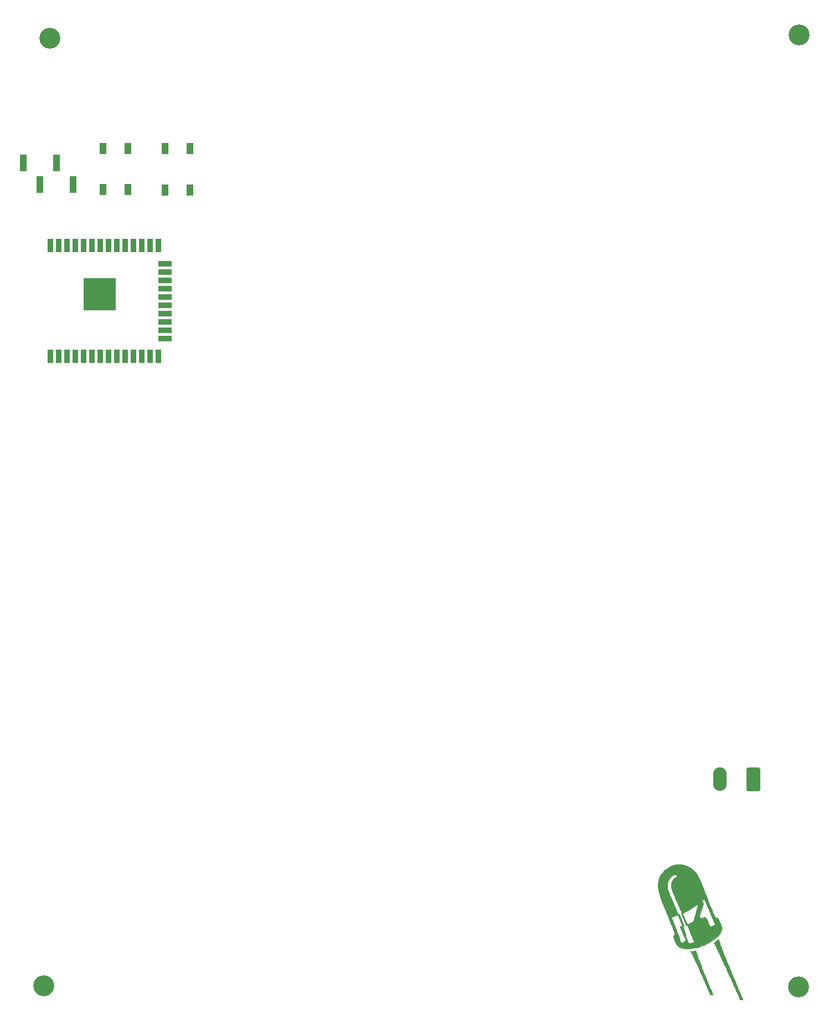
<source format=gbs>
G04 #@! TF.GenerationSoftware,KiCad,Pcbnew,(5.1.5-0-10_14)*
G04 #@! TF.CreationDate,2020-01-03T20:26:09+01:00*
G04 #@! TF.ProjectId,hackerspacesnl,6861636b-6572-4737-9061-6365736e6c2e,rev?*
G04 #@! TF.SameCoordinates,Original*
G04 #@! TF.FileFunction,Soldermask,Bot*
G04 #@! TF.FilePolarity,Negative*
%FSLAX46Y46*%
G04 Gerber Fmt 4.6, Leading zero omitted, Abs format (unit mm)*
G04 Created by KiCad (PCBNEW (5.1.5-0-10_14)) date 2020-01-03 20:26:09*
%MOMM*%
%LPD*%
G04 APERTURE LIST*
%ADD10C,0.000001*%
%ADD11R,1.000000X2.510000*%
%ADD12C,3.200000*%
%ADD13R,0.900000X2.000000*%
%ADD14R,2.000000X0.900000*%
%ADD15R,5.000000X5.000000*%
%ADD16R,1.000000X1.700000*%
%ADD17C,0.100000*%
%ADD18O,2.080000X3.600000*%
G04 APERTURE END LIST*
D10*
G36*
X138887679Y-175891555D02*
G01*
X138957461Y-176113254D01*
X139027993Y-176331599D01*
X139099273Y-176546845D01*
X139171301Y-176759249D01*
X139244074Y-176969068D01*
X139317592Y-177176556D01*
X139391854Y-177381970D01*
X139466857Y-177585567D01*
X139542601Y-177787603D01*
X139619084Y-177988333D01*
X139696304Y-178188013D01*
X139774262Y-178386901D01*
X139852954Y-178585252D01*
X139932380Y-178783321D01*
X140012538Y-178981367D01*
X140093427Y-179179643D01*
X140175046Y-179378407D01*
X140257393Y-179577915D01*
X140340467Y-179778422D01*
X140424267Y-179980186D01*
X140508791Y-180183461D01*
X140594037Y-180388505D01*
X140680006Y-180595573D01*
X140766694Y-180804922D01*
X140854101Y-181016807D01*
X140942225Y-181231485D01*
X141031065Y-181449212D01*
X141120620Y-181670244D01*
X141210889Y-181894837D01*
X141301869Y-182123247D01*
X141393560Y-182355731D01*
X141485960Y-182592544D01*
X141108356Y-182595544D01*
X141101121Y-182576648D01*
X141078277Y-182521681D01*
X141040819Y-182433039D01*
X140989738Y-182313116D01*
X140926028Y-182164310D01*
X140850682Y-181989014D01*
X140764693Y-181789625D01*
X140669053Y-181568539D01*
X140564757Y-181328150D01*
X140452796Y-181070854D01*
X140334165Y-180799047D01*
X140209855Y-180515125D01*
X140080861Y-180221482D01*
X139948175Y-179920514D01*
X139812789Y-179614617D01*
X139675698Y-179306187D01*
X139537894Y-178997618D01*
X139400370Y-178691307D01*
X139264119Y-178389649D01*
X139130135Y-178095039D01*
X138999409Y-177809873D01*
X138872936Y-177536546D01*
X138751709Y-177277455D01*
X138636719Y-177034994D01*
X138528961Y-176811558D01*
X138429427Y-176609545D01*
X138339111Y-176431348D01*
X138259005Y-176279364D01*
X138190102Y-176155988D01*
X138133396Y-176063616D01*
X138089880Y-176004643D01*
X138060545Y-175981464D01*
X138098715Y-175984023D01*
X138135194Y-175986678D01*
X138170266Y-175989306D01*
X138204220Y-175991784D01*
X138237340Y-175993988D01*
X138269914Y-175995795D01*
X138302229Y-175997083D01*
X138334569Y-175997727D01*
X138367222Y-175997606D01*
X138400474Y-175996595D01*
X138434612Y-175994572D01*
X138469921Y-175991413D01*
X138506688Y-175986995D01*
X138545199Y-175981195D01*
X138585742Y-175973890D01*
X138628601Y-175964957D01*
X138674065Y-175954272D01*
X138722418Y-175941713D01*
X138773947Y-175927156D01*
X138828939Y-175910477D01*
X138887679Y-175891555D01*
G37*
X138887679Y-175891555D02*
X138957461Y-176113254D01*
X139027993Y-176331599D01*
X139099273Y-176546845D01*
X139171301Y-176759249D01*
X139244074Y-176969068D01*
X139317592Y-177176556D01*
X139391854Y-177381970D01*
X139466857Y-177585567D01*
X139542601Y-177787603D01*
X139619084Y-177988333D01*
X139696304Y-178188013D01*
X139774262Y-178386901D01*
X139852954Y-178585252D01*
X139932380Y-178783321D01*
X140012538Y-178981367D01*
X140093427Y-179179643D01*
X140175046Y-179378407D01*
X140257393Y-179577915D01*
X140340467Y-179778422D01*
X140424267Y-179980186D01*
X140508791Y-180183461D01*
X140594037Y-180388505D01*
X140680006Y-180595573D01*
X140766694Y-180804922D01*
X140854101Y-181016807D01*
X140942225Y-181231485D01*
X141031065Y-181449212D01*
X141120620Y-181670244D01*
X141210889Y-181894837D01*
X141301869Y-182123247D01*
X141393560Y-182355731D01*
X141485960Y-182592544D01*
X141108356Y-182595544D01*
X141101121Y-182576648D01*
X141078277Y-182521681D01*
X141040819Y-182433039D01*
X140989738Y-182313116D01*
X140926028Y-182164310D01*
X140850682Y-181989014D01*
X140764693Y-181789625D01*
X140669053Y-181568539D01*
X140564757Y-181328150D01*
X140452796Y-181070854D01*
X140334165Y-180799047D01*
X140209855Y-180515125D01*
X140080861Y-180221482D01*
X139948175Y-179920514D01*
X139812789Y-179614617D01*
X139675698Y-179306187D01*
X139537894Y-178997618D01*
X139400370Y-178691307D01*
X139264119Y-178389649D01*
X139130135Y-178095039D01*
X138999409Y-177809873D01*
X138872936Y-177536546D01*
X138751709Y-177277455D01*
X138636719Y-177034994D01*
X138528961Y-176811558D01*
X138429427Y-176609545D01*
X138339111Y-176431348D01*
X138259005Y-176279364D01*
X138190102Y-176155988D01*
X138133396Y-176063616D01*
X138089880Y-176004643D01*
X138060545Y-175981464D01*
X138098715Y-175984023D01*
X138135194Y-175986678D01*
X138170266Y-175989306D01*
X138204220Y-175991784D01*
X138237340Y-175993988D01*
X138269914Y-175995795D01*
X138302229Y-175997083D01*
X138334569Y-175997727D01*
X138367222Y-175997606D01*
X138400474Y-175996595D01*
X138434612Y-175994572D01*
X138469921Y-175991413D01*
X138506688Y-175986995D01*
X138545199Y-175981195D01*
X138585742Y-175973890D01*
X138628601Y-175964957D01*
X138674065Y-175954272D01*
X138722418Y-175941713D01*
X138773947Y-175927156D01*
X138828939Y-175910477D01*
X138887679Y-175891555D01*
G36*
X142358049Y-174144384D02*
G01*
X142420151Y-174343528D01*
X142489436Y-174555084D01*
X142565534Y-174778384D01*
X142648075Y-175012760D01*
X142736690Y-175257542D01*
X142831009Y-175512061D01*
X142930661Y-175775650D01*
X143035278Y-176047638D01*
X143144490Y-176327359D01*
X143257927Y-176614142D01*
X143375219Y-176907319D01*
X143495997Y-177206222D01*
X143619891Y-177510181D01*
X143746530Y-177818528D01*
X143875547Y-178130594D01*
X144006569Y-178445710D01*
X144139229Y-178763209D01*
X144273156Y-179082420D01*
X144407981Y-179402675D01*
X144543334Y-179723306D01*
X144678844Y-180043643D01*
X144814143Y-180363019D01*
X144948861Y-180680764D01*
X145082628Y-180996209D01*
X145215074Y-181308687D01*
X145345830Y-181617527D01*
X145474525Y-181922062D01*
X145600791Y-182221622D01*
X145724257Y-182515539D01*
X145844553Y-182803145D01*
X145961311Y-183083769D01*
X146074160Y-183356745D01*
X145672580Y-183395705D01*
X145606101Y-183235628D01*
X145533320Y-183062534D01*
X145454498Y-182877004D01*
X145369894Y-182679618D01*
X145279769Y-182470959D01*
X145184383Y-182251606D01*
X145083996Y-182022141D01*
X144978870Y-181783145D01*
X144869264Y-181535200D01*
X144755438Y-181278885D01*
X144637654Y-181014783D01*
X144516171Y-180743475D01*
X144391250Y-180465541D01*
X144263150Y-180181562D01*
X144132133Y-179892121D01*
X143998459Y-179597797D01*
X143862388Y-179299172D01*
X143724180Y-178996827D01*
X143584096Y-178691343D01*
X143442396Y-178383301D01*
X143299341Y-178073283D01*
X143155190Y-177761869D01*
X143010205Y-177449640D01*
X142864645Y-177137178D01*
X142718771Y-176825063D01*
X142572843Y-176513877D01*
X142427122Y-176204201D01*
X142281867Y-175896616D01*
X142137340Y-175591702D01*
X141993801Y-175290042D01*
X141851509Y-174992216D01*
X141710726Y-174698805D01*
X141746110Y-174676280D01*
X141780329Y-174653945D01*
X141813473Y-174631734D01*
X141845630Y-174609580D01*
X141876892Y-174587417D01*
X141907346Y-174565176D01*
X141937084Y-174542792D01*
X141966195Y-174520198D01*
X141994767Y-174497327D01*
X142022891Y-174474112D01*
X142050657Y-174450487D01*
X142078154Y-174426383D01*
X142105472Y-174401736D01*
X142132700Y-174376477D01*
X142159928Y-174350540D01*
X142187245Y-174323858D01*
X142214742Y-174296365D01*
X142242507Y-174267993D01*
X142270631Y-174238677D01*
X142299203Y-174208347D01*
X142328312Y-174176940D01*
X142358049Y-174144386D01*
X142358049Y-174144384D01*
G37*
X142358049Y-174144384D02*
X142420151Y-174343528D01*
X142489436Y-174555084D01*
X142565534Y-174778384D01*
X142648075Y-175012760D01*
X142736690Y-175257542D01*
X142831009Y-175512061D01*
X142930661Y-175775650D01*
X143035278Y-176047638D01*
X143144490Y-176327359D01*
X143257927Y-176614142D01*
X143375219Y-176907319D01*
X143495997Y-177206222D01*
X143619891Y-177510181D01*
X143746530Y-177818528D01*
X143875547Y-178130594D01*
X144006569Y-178445710D01*
X144139229Y-178763209D01*
X144273156Y-179082420D01*
X144407981Y-179402675D01*
X144543334Y-179723306D01*
X144678844Y-180043643D01*
X144814143Y-180363019D01*
X144948861Y-180680764D01*
X145082628Y-180996209D01*
X145215074Y-181308687D01*
X145345830Y-181617527D01*
X145474525Y-181922062D01*
X145600791Y-182221622D01*
X145724257Y-182515539D01*
X145844553Y-182803145D01*
X145961311Y-183083769D01*
X146074160Y-183356745D01*
X145672580Y-183395705D01*
X145606101Y-183235628D01*
X145533320Y-183062534D01*
X145454498Y-182877004D01*
X145369894Y-182679618D01*
X145279769Y-182470959D01*
X145184383Y-182251606D01*
X145083996Y-182022141D01*
X144978870Y-181783145D01*
X144869264Y-181535200D01*
X144755438Y-181278885D01*
X144637654Y-181014783D01*
X144516171Y-180743475D01*
X144391250Y-180465541D01*
X144263150Y-180181562D01*
X144132133Y-179892121D01*
X143998459Y-179597797D01*
X143862388Y-179299172D01*
X143724180Y-178996827D01*
X143584096Y-178691343D01*
X143442396Y-178383301D01*
X143299341Y-178073283D01*
X143155190Y-177761869D01*
X143010205Y-177449640D01*
X142864645Y-177137178D01*
X142718771Y-176825063D01*
X142572843Y-176513877D01*
X142427122Y-176204201D01*
X142281867Y-175896616D01*
X142137340Y-175591702D01*
X141993801Y-175290042D01*
X141851509Y-174992216D01*
X141710726Y-174698805D01*
X141746110Y-174676280D01*
X141780329Y-174653945D01*
X141813473Y-174631734D01*
X141845630Y-174609580D01*
X141876892Y-174587417D01*
X141907346Y-174565176D01*
X141937084Y-174542792D01*
X141966195Y-174520198D01*
X141994767Y-174497327D01*
X142022891Y-174474112D01*
X142050657Y-174450487D01*
X142078154Y-174426383D01*
X142105472Y-174401736D01*
X142132700Y-174376477D01*
X142159928Y-174350540D01*
X142187245Y-174323858D01*
X142214742Y-174296365D01*
X142242507Y-174267993D01*
X142270631Y-174238677D01*
X142299203Y-174208347D01*
X142328312Y-174176940D01*
X142358049Y-174144386D01*
X142358049Y-174144384D01*
G36*
X136418264Y-162726331D02*
G01*
X136459466Y-162727770D01*
X136500541Y-162729824D01*
X136541491Y-162732488D01*
X136582318Y-162735756D01*
X136623025Y-162739624D01*
X136663612Y-162744087D01*
X136704082Y-162749141D01*
X136744436Y-162754779D01*
X136784677Y-162760998D01*
X136824805Y-162767792D01*
X136864823Y-162775157D01*
X136904733Y-162783087D01*
X136944536Y-162791578D01*
X136984235Y-162800626D01*
X137023830Y-162810224D01*
X137063324Y-162820369D01*
X137102719Y-162831055D01*
X137142017Y-162842277D01*
X137181218Y-162854031D01*
X137220325Y-162866312D01*
X137259341Y-162879114D01*
X137298266Y-162892434D01*
X137337102Y-162906265D01*
X137375852Y-162920604D01*
X137414516Y-162935445D01*
X137453098Y-162950784D01*
X137491598Y-162966615D01*
X137530018Y-162982934D01*
X137568361Y-162999736D01*
X137606628Y-163017015D01*
X137644820Y-163034768D01*
X137682940Y-163052989D01*
X137716598Y-163069493D01*
X137750170Y-163086331D01*
X137783662Y-163103503D01*
X137817078Y-163121007D01*
X137850421Y-163138844D01*
X137883697Y-163157012D01*
X137916910Y-163175510D01*
X137950064Y-163194339D01*
X137983163Y-163213497D01*
X138016212Y-163232984D01*
X138049215Y-163252798D01*
X138082177Y-163272940D01*
X138115101Y-163293409D01*
X138147992Y-163314203D01*
X138180855Y-163335322D01*
X138213694Y-163356766D01*
X138246513Y-163378534D01*
X138279316Y-163400625D01*
X138361994Y-163459213D01*
X138441612Y-163520371D01*
X138518350Y-163584199D01*
X138592390Y-163650793D01*
X138663913Y-163720252D01*
X138733100Y-163792672D01*
X138800132Y-163868153D01*
X138865190Y-163946792D01*
X138928455Y-164028686D01*
X138990109Y-164113934D01*
X139050331Y-164202633D01*
X139109304Y-164294881D01*
X139167209Y-164390776D01*
X139224225Y-164490417D01*
X139280536Y-164593899D01*
X139336321Y-164701323D01*
X139391762Y-164812784D01*
X139447040Y-164928382D01*
X139502335Y-165048213D01*
X139557830Y-165172376D01*
X139613705Y-165300969D01*
X139670140Y-165434090D01*
X139727318Y-165571835D01*
X139785420Y-165714304D01*
X139844625Y-165861593D01*
X139905116Y-166013801D01*
X139967074Y-166171026D01*
X140030679Y-166333365D01*
X140096113Y-166500916D01*
X140163556Y-166673777D01*
X140233190Y-166852046D01*
X140305196Y-167035821D01*
X140427543Y-167347535D01*
X140543220Y-167642409D01*
X140652453Y-167920892D01*
X140194312Y-168105702D01*
X139834688Y-168252549D01*
X140071441Y-168726053D01*
X139499040Y-170629061D01*
X139497881Y-170697652D01*
X139503901Y-170756239D01*
X139516669Y-170805417D01*
X139535751Y-170845783D01*
X139560713Y-170877932D01*
X139591123Y-170902459D01*
X139626547Y-170919960D01*
X139666553Y-170931032D01*
X139710706Y-170936268D01*
X139758575Y-170936266D01*
X139809726Y-170931621D01*
X139863726Y-170922929D01*
X139920141Y-170910784D01*
X139978538Y-170895783D01*
X140033431Y-170862770D01*
X140084989Y-170836995D01*
X140133415Y-170818219D01*
X140178913Y-170806202D01*
X140221686Y-170800702D01*
X140261938Y-170801481D01*
X140299873Y-170808297D01*
X140335694Y-170820911D01*
X140369604Y-170839083D01*
X140401807Y-170862571D01*
X140432507Y-170891137D01*
X140461907Y-170924539D01*
X140490211Y-170962538D01*
X140517622Y-171004893D01*
X140544344Y-171051364D01*
X140570579Y-171101711D01*
X140596533Y-171155694D01*
X140622408Y-171213072D01*
X140648408Y-171273606D01*
X140674736Y-171337055D01*
X140701596Y-171403178D01*
X140729192Y-171471736D01*
X140757727Y-171542489D01*
X140787404Y-171615196D01*
X140818427Y-171689617D01*
X140851000Y-171765511D01*
X140885325Y-171842640D01*
X140921608Y-171920761D01*
X140960051Y-171999636D01*
X141000857Y-172079024D01*
X141044231Y-172158685D01*
X141090375Y-172238378D01*
X141134197Y-172241739D01*
X141177211Y-172241963D01*
X141219406Y-172239222D01*
X141260776Y-172233686D01*
X141301311Y-172225528D01*
X141341004Y-172214919D01*
X141379845Y-172202030D01*
X141417826Y-172187033D01*
X141454940Y-172170100D01*
X141491177Y-172151402D01*
X141526528Y-172131110D01*
X141560987Y-172109397D01*
X141594543Y-172086432D01*
X141627189Y-172062389D01*
X141658917Y-172037439D01*
X141689717Y-172011752D01*
X141719582Y-171985501D01*
X141748502Y-171958857D01*
X141776471Y-171931992D01*
X141803478Y-171905077D01*
X141829516Y-171878283D01*
X141854576Y-171851782D01*
X140194312Y-168105702D01*
X140652453Y-167920892D01*
X140755470Y-168183433D01*
X140852500Y-168430483D01*
X140943769Y-168662489D01*
X141029505Y-168879903D01*
X141109936Y-169083172D01*
X141185289Y-169272747D01*
X141255793Y-169449077D01*
X141321673Y-169612610D01*
X141383159Y-169763798D01*
X141440477Y-169903088D01*
X141493855Y-170030930D01*
X141543521Y-170147774D01*
X141589702Y-170254068D01*
X141632626Y-170350264D01*
X141672521Y-170436808D01*
X141709614Y-170514152D01*
X141744132Y-170582744D01*
X141776303Y-170643034D01*
X141806355Y-170695471D01*
X141834515Y-170740504D01*
X141861012Y-170778584D01*
X141886071Y-170810158D01*
X141909922Y-170835677D01*
X141932791Y-170855590D01*
X141954907Y-170870347D01*
X141976496Y-170880396D01*
X141997786Y-170886187D01*
X142019005Y-170888169D01*
X142040381Y-170886792D01*
X142061758Y-170884875D01*
X142082878Y-170885017D01*
X142103811Y-170887346D01*
X142124627Y-170891986D01*
X142145398Y-170899065D01*
X142166192Y-170908708D01*
X142187080Y-170921040D01*
X142208133Y-170936188D01*
X142229420Y-170954279D01*
X142251013Y-170975437D01*
X142272981Y-170999789D01*
X142295394Y-171027462D01*
X142318323Y-171058580D01*
X142341838Y-171093270D01*
X142366010Y-171131658D01*
X142390908Y-171173870D01*
X142416603Y-171220032D01*
X142443165Y-171270270D01*
X142470665Y-171324710D01*
X142499172Y-171383477D01*
X142528757Y-171446699D01*
X142559490Y-171514501D01*
X142591442Y-171587008D01*
X142624683Y-171664348D01*
X142659282Y-171746645D01*
X142695311Y-171834027D01*
X142732840Y-171926618D01*
X142771938Y-172024545D01*
X142812676Y-172127934D01*
X142855125Y-172236911D01*
X142899354Y-172351602D01*
X142945434Y-172472133D01*
X142889632Y-172696187D01*
X142806317Y-172915466D01*
X142697193Y-173129505D01*
X142563967Y-173337840D01*
X142408343Y-173540007D01*
X142232028Y-173735543D01*
X142036726Y-173923983D01*
X141824143Y-174104863D01*
X141595984Y-174277719D01*
X141353954Y-174442087D01*
X141099759Y-174597503D01*
X140835105Y-174743503D01*
X140561696Y-174879623D01*
X140281238Y-175005399D01*
X139995437Y-175120367D01*
X139705997Y-175224062D01*
X139414624Y-175316022D01*
X139123024Y-175395781D01*
X138832901Y-175462876D01*
X138545962Y-175516842D01*
X138263911Y-175557216D01*
X137988454Y-175583534D01*
X137721297Y-175595331D01*
X137464144Y-175592144D01*
X137218701Y-175573508D01*
X136986673Y-175538959D01*
X136769766Y-175488034D01*
X136569686Y-175420268D01*
X136388136Y-175335198D01*
X136226824Y-175232359D01*
X136087454Y-175111287D01*
X135971731Y-174971518D01*
X135931716Y-174891112D01*
X135893456Y-174813383D01*
X135856955Y-174738296D01*
X135822223Y-174665815D01*
X135789264Y-174595906D01*
X135758085Y-174528532D01*
X135728694Y-174463659D01*
X135701096Y-174401251D01*
X135675299Y-174341272D01*
X135651309Y-174283688D01*
X135629133Y-174228463D01*
X135608777Y-174175561D01*
X135590247Y-174124948D01*
X135573552Y-174076587D01*
X135558696Y-174030444D01*
X135545687Y-173986482D01*
X135534532Y-173944668D01*
X135525237Y-173904965D01*
X135517809Y-173867337D01*
X135512253Y-173831751D01*
X135508578Y-173798169D01*
X135506790Y-173766558D01*
X135506895Y-173736881D01*
X135508899Y-173709103D01*
X135512810Y-173683189D01*
X135518634Y-173659103D01*
X135526378Y-173636810D01*
X135536049Y-173616275D01*
X135547652Y-173597462D01*
X135561195Y-173580337D01*
X135576685Y-173564862D01*
X135594127Y-173551004D01*
X135611470Y-173536893D01*
X135626559Y-173520396D01*
X135639245Y-173501077D01*
X135649382Y-173478498D01*
X135656820Y-173452223D01*
X135661412Y-173421817D01*
X135663009Y-173386842D01*
X135661463Y-173346861D01*
X135656627Y-173301439D01*
X135648351Y-173250140D01*
X135636489Y-173192525D01*
X135620891Y-173128160D01*
X135601411Y-173056607D01*
X135577899Y-172977430D01*
X135550207Y-172890193D01*
X135518188Y-172794459D01*
X135481694Y-172689792D01*
X135440575Y-172575755D01*
X135394685Y-172451911D01*
X135776537Y-172321373D01*
X135824310Y-172448574D01*
X135874578Y-172583306D01*
X135927478Y-172725984D01*
X135983145Y-172877020D01*
X136041714Y-173036830D01*
X136103322Y-173205827D01*
X136168103Y-173384425D01*
X136236194Y-173573038D01*
X136307730Y-173772081D01*
X136382847Y-173981966D01*
X136461681Y-174203109D01*
X136544367Y-174435922D01*
X136631041Y-174680821D01*
X136650768Y-174686097D01*
X136673826Y-174689882D01*
X136699905Y-174692045D01*
X136728697Y-174692458D01*
X136759894Y-174690990D01*
X136793188Y-174687510D01*
X136828269Y-174681890D01*
X136864829Y-174673998D01*
X136902561Y-174663705D01*
X136941155Y-174650882D01*
X136980303Y-174635397D01*
X137019697Y-174617122D01*
X137059027Y-174595926D01*
X137097987Y-174571678D01*
X137136266Y-174544250D01*
X137173558Y-174513511D01*
X137209552Y-174479331D01*
X137243942Y-174441581D01*
X137276418Y-174400129D01*
X137306671Y-174354847D01*
X137334395Y-174305604D01*
X137359279Y-174252270D01*
X137327271Y-174185172D01*
X137295985Y-174118904D01*
X137265375Y-174053411D01*
X137235393Y-173988634D01*
X137205994Y-173924520D01*
X137177131Y-173861011D01*
X137148758Y-173798051D01*
X137120829Y-173735584D01*
X137093298Y-173673555D01*
X137066117Y-173611906D01*
X137039242Y-173550582D01*
X137012624Y-173489527D01*
X136986219Y-173428684D01*
X136959980Y-173367997D01*
X136933860Y-173307411D01*
X136907813Y-173246869D01*
X136881793Y-173186314D01*
X136855754Y-173125692D01*
X136829649Y-173064945D01*
X136803431Y-173004017D01*
X136777056Y-172942854D01*
X136750475Y-172881397D01*
X136723643Y-172819591D01*
X136696514Y-172757381D01*
X136669042Y-172694709D01*
X136641179Y-172631520D01*
X136612880Y-172567757D01*
X136584098Y-172503365D01*
X136554787Y-172438287D01*
X136524901Y-172372468D01*
X136494393Y-172305850D01*
X136463217Y-172238378D01*
X136487093Y-172230324D01*
X136513878Y-172221546D01*
X136543352Y-172212096D01*
X136575297Y-172202024D01*
X136609497Y-172191384D01*
X136645732Y-172180228D01*
X136683785Y-172168606D01*
X136723437Y-172156570D01*
X136764471Y-172144174D01*
X136806669Y-172131467D01*
X136849812Y-172118503D01*
X136172521Y-170410290D01*
X136181512Y-170347360D01*
X136224389Y-170335842D01*
X136266159Y-170321970D01*
X136297822Y-170310302D01*
X136310377Y-170305400D01*
X137062589Y-172136484D01*
X136888771Y-172187434D01*
X136902711Y-172226168D01*
X136917304Y-172265360D01*
X136932487Y-172304970D01*
X136948196Y-172344960D01*
X136964366Y-172385290D01*
X136980933Y-172425923D01*
X136997834Y-172466818D01*
X137015004Y-172507938D01*
X137032379Y-172549243D01*
X137049896Y-172590695D01*
X137067489Y-172632254D01*
X137085096Y-172673882D01*
X137102651Y-172715541D01*
X137120091Y-172757190D01*
X137137353Y-172798792D01*
X137154370Y-172840307D01*
X137171081Y-172881697D01*
X137187420Y-172922923D01*
X137203324Y-172963946D01*
X137218728Y-173004728D01*
X137233569Y-173045228D01*
X137247782Y-173085409D01*
X137261303Y-173125232D01*
X137274069Y-173164657D01*
X137286015Y-173203646D01*
X137297077Y-173242161D01*
X137307190Y-173280162D01*
X137316292Y-173317610D01*
X137324318Y-173354467D01*
X137331203Y-173390694D01*
X137336885Y-173426251D01*
X137341298Y-173461101D01*
X137345791Y-173502702D01*
X137351432Y-173544881D01*
X137358164Y-173587568D01*
X137365934Y-173630695D01*
X137374689Y-173674193D01*
X137384373Y-173717994D01*
X137394932Y-173762029D01*
X137406312Y-173806228D01*
X137418459Y-173850524D01*
X137431319Y-173894847D01*
X137444838Y-173939129D01*
X137458961Y-173983301D01*
X137473634Y-174027294D01*
X137488802Y-174071040D01*
X137504413Y-174114469D01*
X137520411Y-174157513D01*
X137536742Y-174200104D01*
X137553352Y-174242172D01*
X137570187Y-174283649D01*
X137587193Y-174324466D01*
X137604315Y-174364554D01*
X137621499Y-174403845D01*
X137638691Y-174442269D01*
X137655837Y-174479759D01*
X137672883Y-174516244D01*
X137689773Y-174551658D01*
X137706455Y-174585930D01*
X137722874Y-174618992D01*
X137738976Y-174650775D01*
X137754706Y-174681211D01*
X137770010Y-174710231D01*
X137784834Y-174737766D01*
X137814936Y-174743272D01*
X137846185Y-174747387D01*
X137878539Y-174750163D01*
X137911954Y-174751654D01*
X137946391Y-174751913D01*
X137981806Y-174750991D01*
X138018157Y-174748942D01*
X138055403Y-174745818D01*
X138093502Y-174741673D01*
X138132411Y-174736558D01*
X138172089Y-174730528D01*
X138212493Y-174723634D01*
X138253582Y-174715929D01*
X138295313Y-174707467D01*
X138337645Y-174698299D01*
X138380536Y-174688479D01*
X138423943Y-174678059D01*
X138467825Y-174667092D01*
X138512139Y-174655632D01*
X138556844Y-174643730D01*
X138601898Y-174631439D01*
X138647258Y-174618812D01*
X138692883Y-174605903D01*
X138641257Y-174495503D01*
X138591667Y-174388124D01*
X138544021Y-174283648D01*
X138498229Y-174181959D01*
X138454199Y-174082939D01*
X138411841Y-173986470D01*
X138371063Y-173892435D01*
X138331774Y-173800718D01*
X138293884Y-173711201D01*
X138257301Y-173623765D01*
X138221935Y-173538295D01*
X138187694Y-173454673D01*
X138154488Y-173372782D01*
X138122224Y-173292504D01*
X138090813Y-173213721D01*
X138060164Y-173136318D01*
X138030184Y-173060175D01*
X138000784Y-172985177D01*
X137971872Y-172911206D01*
X137943357Y-172838144D01*
X137915149Y-172765874D01*
X137887155Y-172694279D01*
X137859286Y-172623241D01*
X137831449Y-172552644D01*
X137803555Y-172482370D01*
X137775512Y-172412302D01*
X137747229Y-172342322D01*
X137718615Y-172272313D01*
X137689579Y-172202157D01*
X137660030Y-172131739D01*
X137629876Y-172060939D01*
X137599028Y-171989641D01*
X137449185Y-172040591D01*
X136672997Y-170188529D01*
X136691056Y-170180157D01*
X136733090Y-170162461D01*
X136780884Y-170146569D01*
X136840822Y-170215494D01*
X136866312Y-170271628D01*
X136891494Y-170327028D01*
X136916391Y-170381743D01*
X136941020Y-170435823D01*
X136965404Y-170489318D01*
X136989562Y-170542278D01*
X137013515Y-170594751D01*
X137037283Y-170646788D01*
X137060886Y-170698438D01*
X137084344Y-170749751D01*
X137107679Y-170800777D01*
X137130910Y-170851564D01*
X137154057Y-170902163D01*
X137177141Y-170952623D01*
X137200182Y-171002995D01*
X137223201Y-171053326D01*
X137246218Y-171103668D01*
X137269253Y-171154069D01*
X137292326Y-171204580D01*
X137315458Y-171255250D01*
X137338669Y-171306128D01*
X137361979Y-171357264D01*
X137385410Y-171408708D01*
X137408980Y-171460509D01*
X137432710Y-171512718D01*
X137456622Y-171565383D01*
X137480734Y-171618554D01*
X137505068Y-171672281D01*
X137529643Y-171726613D01*
X137554480Y-171781601D01*
X137579599Y-171837293D01*
X137605022Y-171893739D01*
X137655847Y-171877491D01*
X137707061Y-171859869D01*
X137758455Y-171841046D01*
X137809818Y-171821197D01*
X137860942Y-171800493D01*
X137911615Y-171779110D01*
X137961630Y-171757219D01*
X138010775Y-171734995D01*
X138058841Y-171712611D01*
X138105619Y-171690241D01*
X138150899Y-171668056D01*
X138194471Y-171646232D01*
X138236125Y-171624942D01*
X138275652Y-171604358D01*
X138312842Y-171584654D01*
X138347485Y-171566004D01*
X138379372Y-171548582D01*
X138408293Y-171532559D01*
X138434038Y-171518110D01*
X138456397Y-171505409D01*
X138475162Y-171494628D01*
X138490122Y-171485941D01*
X138501067Y-171479521D01*
X138507787Y-171475542D01*
X138510074Y-171474177D01*
X139295254Y-168762015D01*
X139196936Y-168826215D01*
X139101022Y-168888712D01*
X139007412Y-168949554D01*
X138916003Y-169008792D01*
X138826697Y-169066474D01*
X138739390Y-169122649D01*
X138653983Y-169177366D01*
X138570375Y-169230676D01*
X138488464Y-169282626D01*
X138408150Y-169333266D01*
X138329331Y-169382646D01*
X138251907Y-169430814D01*
X138175776Y-169477819D01*
X138100839Y-169523712D01*
X138026993Y-169568540D01*
X137954138Y-169612354D01*
X137882172Y-169655202D01*
X137810996Y-169697133D01*
X137740507Y-169738198D01*
X137670606Y-169778444D01*
X137601190Y-169817922D01*
X137532160Y-169856679D01*
X137463414Y-169894767D01*
X137394850Y-169932232D01*
X137326369Y-169969126D01*
X137257869Y-170005497D01*
X137189250Y-170041394D01*
X137120409Y-170076866D01*
X137051248Y-170111964D01*
X136981663Y-170146734D01*
X136911555Y-170181228D01*
X136840822Y-170215494D01*
X136780884Y-170146569D01*
X136645929Y-169848835D01*
X136517280Y-169565129D01*
X136394860Y-169295026D01*
X136278593Y-169038100D01*
X136168400Y-168793923D01*
X136064205Y-168562070D01*
X135965930Y-168342113D01*
X135873499Y-168133628D01*
X135786834Y-167936186D01*
X135705858Y-167749362D01*
X135630493Y-167572730D01*
X135560664Y-167405862D01*
X135496292Y-167248333D01*
X135437300Y-167099716D01*
X135383612Y-166959585D01*
X135335149Y-166827513D01*
X135291836Y-166703074D01*
X135253594Y-166585842D01*
X135220347Y-166475389D01*
X135192017Y-166371290D01*
X135168528Y-166273118D01*
X135149801Y-166180447D01*
X135135761Y-166092851D01*
X135126329Y-166009902D01*
X135121429Y-165931175D01*
X135120983Y-165856243D01*
X135124915Y-165784680D01*
X135133146Y-165716059D01*
X135145601Y-165649954D01*
X135162201Y-165585938D01*
X135182870Y-165523586D01*
X135207531Y-165462470D01*
X135239937Y-165390117D01*
X135270986Y-165323694D01*
X135300785Y-165262884D01*
X135329444Y-165207370D01*
X135357070Y-165156833D01*
X135383773Y-165110957D01*
X135409660Y-165069424D01*
X135434840Y-165031917D01*
X135459421Y-164998118D01*
X135483513Y-164967709D01*
X135507222Y-164940374D01*
X135530659Y-164915795D01*
X135553931Y-164893654D01*
X135577146Y-164873634D01*
X135600414Y-164855418D01*
X135623842Y-164838687D01*
X135647539Y-164823126D01*
X135671614Y-164808416D01*
X135696174Y-164794239D01*
X135721329Y-164780279D01*
X135747187Y-164766218D01*
X135773856Y-164751738D01*
X135801445Y-164736523D01*
X135830062Y-164720254D01*
X135859816Y-164702614D01*
X135890815Y-164683286D01*
X135941705Y-164643580D01*
X135980366Y-164598770D01*
X136006773Y-164550770D01*
X136020902Y-164501495D01*
X136022728Y-164452860D01*
X136012227Y-164406780D01*
X135989373Y-164365168D01*
X135954141Y-164329940D01*
X135906508Y-164303011D01*
X135846449Y-164286295D01*
X135773938Y-164281707D01*
X135773938Y-164281704D01*
X135744581Y-164283482D01*
X135713613Y-164287304D01*
X135681023Y-164293214D01*
X135646797Y-164301258D01*
X135610924Y-164311481D01*
X135573392Y-164323928D01*
X135534189Y-164338644D01*
X135499589Y-164353600D01*
X135463160Y-164371091D01*
X135426302Y-164389594D01*
X135371528Y-164419508D01*
X135317129Y-164453660D01*
X135263262Y-164491889D01*
X135210086Y-164534036D01*
X135157759Y-164579938D01*
X135106440Y-164629437D01*
X135056286Y-164682370D01*
X135007455Y-164738577D01*
X134960107Y-164797899D01*
X134914399Y-164860173D01*
X134870490Y-164925240D01*
X134828537Y-164992938D01*
X134788700Y-165063108D01*
X134751135Y-165135588D01*
X134716003Y-165210218D01*
X134683460Y-165286838D01*
X134653665Y-165365286D01*
X134626776Y-165445403D01*
X134602952Y-165527027D01*
X134582351Y-165609997D01*
X134565131Y-165694154D01*
X134551450Y-165779336D01*
X134541467Y-165865383D01*
X134535340Y-165952135D01*
X134533226Y-166039430D01*
X134535285Y-166127109D01*
X134541675Y-166215009D01*
X134552553Y-166302972D01*
X134568079Y-166390835D01*
X134588409Y-166478440D01*
X134613704Y-166565624D01*
X134644120Y-166652227D01*
X134677272Y-166738105D01*
X134711608Y-166825748D01*
X134747104Y-166915170D01*
X134783739Y-167006387D01*
X134821491Y-167099412D01*
X134860337Y-167194260D01*
X134900254Y-167290945D01*
X134941222Y-167389482D01*
X134983217Y-167489885D01*
X135026217Y-167592169D01*
X135070200Y-167696348D01*
X135115144Y-167802436D01*
X135161026Y-167910447D01*
X135207825Y-168020397D01*
X135255517Y-168132300D01*
X135304082Y-168246170D01*
X135353495Y-168362021D01*
X135403736Y-168479868D01*
X135454782Y-168599725D01*
X135506611Y-168721607D01*
X135559200Y-168845528D01*
X135612528Y-168971502D01*
X135666571Y-169099545D01*
X135721308Y-169229669D01*
X135776717Y-169361891D01*
X135832775Y-169496223D01*
X135889460Y-169632681D01*
X135946750Y-169771280D01*
X136004622Y-169912032D01*
X136063055Y-170054953D01*
X136122025Y-170200058D01*
X136181512Y-170347360D01*
X136172521Y-170410290D01*
X136138448Y-170420612D01*
X136104274Y-170431721D01*
X136069979Y-170443558D01*
X136035545Y-170456059D01*
X136000953Y-170469163D01*
X135966186Y-170482808D01*
X135931223Y-170496933D01*
X135896048Y-170511475D01*
X135860640Y-170526373D01*
X135824983Y-170541565D01*
X135789057Y-170556988D01*
X135752843Y-170572583D01*
X135716324Y-170588285D01*
X135679481Y-170604034D01*
X135642295Y-170619769D01*
X135604747Y-170635426D01*
X135566819Y-170650944D01*
X135528494Y-170666262D01*
X135489751Y-170681317D01*
X135450573Y-170696049D01*
X135410941Y-170710394D01*
X135370836Y-170724291D01*
X135330240Y-170737679D01*
X135289135Y-170750496D01*
X135247502Y-170762679D01*
X135205323Y-170774167D01*
X135162578Y-170784898D01*
X135188711Y-170847662D01*
X135214762Y-170910091D01*
X135240867Y-170972600D01*
X135267160Y-171035602D01*
X135293779Y-171099512D01*
X135320859Y-171164743D01*
X135348535Y-171231710D01*
X135376942Y-171300827D01*
X135406218Y-171372507D01*
X135436496Y-171447164D01*
X135467914Y-171525213D01*
X135500606Y-171607067D01*
X135534709Y-171693141D01*
X135570357Y-171783848D01*
X135607687Y-171879602D01*
X135646834Y-171980818D01*
X135687935Y-172087909D01*
X135731123Y-172201289D01*
X135776537Y-172321373D01*
X135394685Y-172451911D01*
X135343875Y-172317825D01*
X135287996Y-172173060D01*
X135226902Y-172017179D01*
X135160443Y-171849745D01*
X135088472Y-171670324D01*
X135010840Y-171478477D01*
X134927400Y-171273768D01*
X134838003Y-171055761D01*
X134742501Y-170824020D01*
X134640746Y-170578108D01*
X134532590Y-170317588D01*
X134417885Y-170042024D01*
X134296483Y-169750980D01*
X134189098Y-169492278D01*
X134088055Y-169245465D01*
X133993192Y-169010107D01*
X133904350Y-168785769D01*
X133821369Y-168572015D01*
X133744089Y-168368409D01*
X133672350Y-168174517D01*
X133605992Y-167989903D01*
X133544855Y-167814132D01*
X133488778Y-167646768D01*
X133437602Y-167487376D01*
X133391168Y-167335521D01*
X133349313Y-167190768D01*
X133311880Y-167052680D01*
X133278708Y-166920824D01*
X133249636Y-166794762D01*
X133224505Y-166674061D01*
X133203154Y-166558285D01*
X133185425Y-166446998D01*
X133171156Y-166339765D01*
X133160188Y-166236151D01*
X133152360Y-166135720D01*
X133147513Y-166038038D01*
X133145487Y-165942668D01*
X133146122Y-165849176D01*
X133149257Y-165757126D01*
X133154732Y-165666083D01*
X133162388Y-165575611D01*
X133172065Y-165485275D01*
X133183603Y-165394640D01*
X133196840Y-165303270D01*
X133211619Y-165210731D01*
X133227990Y-165123465D01*
X133247998Y-165036597D01*
X133271562Y-164950203D01*
X133298604Y-164864353D01*
X133329045Y-164779121D01*
X133362806Y-164694580D01*
X133399809Y-164610804D01*
X133439974Y-164527864D01*
X133483223Y-164445834D01*
X133529476Y-164364787D01*
X133578655Y-164284796D01*
X133630681Y-164205934D01*
X133685476Y-164128273D01*
X133742959Y-164051887D01*
X133803053Y-163976849D01*
X133865678Y-163903231D01*
X133930756Y-163831106D01*
X133998207Y-163760548D01*
X134067954Y-163691630D01*
X134139916Y-163624424D01*
X134214015Y-163559003D01*
X134290173Y-163495440D01*
X134368309Y-163433809D01*
X134448347Y-163374181D01*
X134530205Y-163316631D01*
X134613807Y-163261231D01*
X134699072Y-163208054D01*
X134785922Y-163157173D01*
X134874278Y-163108661D01*
X134964061Y-163062590D01*
X135055193Y-163019035D01*
X135147594Y-162978067D01*
X135180724Y-162964396D01*
X135213978Y-162951454D01*
X135247364Y-162939051D01*
X135280889Y-162926993D01*
X135314560Y-162915089D01*
X135348383Y-162903147D01*
X135388062Y-162889348D01*
X135427633Y-162876134D01*
X135467095Y-162863501D01*
X135506449Y-162851446D01*
X135545694Y-162839966D01*
X135584831Y-162829056D01*
X135623859Y-162818713D01*
X135662779Y-162808933D01*
X135701589Y-162799715D01*
X135740291Y-162791052D01*
X135778884Y-162782943D01*
X135817368Y-162775384D01*
X135855743Y-162768371D01*
X135894009Y-162761900D01*
X135932166Y-162755969D01*
X135970214Y-162750573D01*
X136008153Y-162745710D01*
X136045983Y-162741375D01*
X136083703Y-162737565D01*
X136121315Y-162734278D01*
X136158817Y-162731508D01*
X136196209Y-162729253D01*
X136233492Y-162727509D01*
X136270666Y-162726272D01*
X136307730Y-162725540D01*
X136344684Y-162725308D01*
X136381529Y-162725574D01*
X136418264Y-162726333D01*
X136418264Y-162726331D01*
G37*
X136418264Y-162726331D02*
X136459466Y-162727770D01*
X136500541Y-162729824D01*
X136541491Y-162732488D01*
X136582318Y-162735756D01*
X136623025Y-162739624D01*
X136663612Y-162744087D01*
X136704082Y-162749141D01*
X136744436Y-162754779D01*
X136784677Y-162760998D01*
X136824805Y-162767792D01*
X136864823Y-162775157D01*
X136904733Y-162783087D01*
X136944536Y-162791578D01*
X136984235Y-162800626D01*
X137023830Y-162810224D01*
X137063324Y-162820369D01*
X137102719Y-162831055D01*
X137142017Y-162842277D01*
X137181218Y-162854031D01*
X137220325Y-162866312D01*
X137259341Y-162879114D01*
X137298266Y-162892434D01*
X137337102Y-162906265D01*
X137375852Y-162920604D01*
X137414516Y-162935445D01*
X137453098Y-162950784D01*
X137491598Y-162966615D01*
X137530018Y-162982934D01*
X137568361Y-162999736D01*
X137606628Y-163017015D01*
X137644820Y-163034768D01*
X137682940Y-163052989D01*
X137716598Y-163069493D01*
X137750170Y-163086331D01*
X137783662Y-163103503D01*
X137817078Y-163121007D01*
X137850421Y-163138844D01*
X137883697Y-163157012D01*
X137916910Y-163175510D01*
X137950064Y-163194339D01*
X137983163Y-163213497D01*
X138016212Y-163232984D01*
X138049215Y-163252798D01*
X138082177Y-163272940D01*
X138115101Y-163293409D01*
X138147992Y-163314203D01*
X138180855Y-163335322D01*
X138213694Y-163356766D01*
X138246513Y-163378534D01*
X138279316Y-163400625D01*
X138361994Y-163459213D01*
X138441612Y-163520371D01*
X138518350Y-163584199D01*
X138592390Y-163650793D01*
X138663913Y-163720252D01*
X138733100Y-163792672D01*
X138800132Y-163868153D01*
X138865190Y-163946792D01*
X138928455Y-164028686D01*
X138990109Y-164113934D01*
X139050331Y-164202633D01*
X139109304Y-164294881D01*
X139167209Y-164390776D01*
X139224225Y-164490417D01*
X139280536Y-164593899D01*
X139336321Y-164701323D01*
X139391762Y-164812784D01*
X139447040Y-164928382D01*
X139502335Y-165048213D01*
X139557830Y-165172376D01*
X139613705Y-165300969D01*
X139670140Y-165434090D01*
X139727318Y-165571835D01*
X139785420Y-165714304D01*
X139844625Y-165861593D01*
X139905116Y-166013801D01*
X139967074Y-166171026D01*
X140030679Y-166333365D01*
X140096113Y-166500916D01*
X140163556Y-166673777D01*
X140233190Y-166852046D01*
X140305196Y-167035821D01*
X140427543Y-167347535D01*
X140543220Y-167642409D01*
X140652453Y-167920892D01*
X140194312Y-168105702D01*
X139834688Y-168252549D01*
X140071441Y-168726053D01*
X139499040Y-170629061D01*
X139497881Y-170697652D01*
X139503901Y-170756239D01*
X139516669Y-170805417D01*
X139535751Y-170845783D01*
X139560713Y-170877932D01*
X139591123Y-170902459D01*
X139626547Y-170919960D01*
X139666553Y-170931032D01*
X139710706Y-170936268D01*
X139758575Y-170936266D01*
X139809726Y-170931621D01*
X139863726Y-170922929D01*
X139920141Y-170910784D01*
X139978538Y-170895783D01*
X140033431Y-170862770D01*
X140084989Y-170836995D01*
X140133415Y-170818219D01*
X140178913Y-170806202D01*
X140221686Y-170800702D01*
X140261938Y-170801481D01*
X140299873Y-170808297D01*
X140335694Y-170820911D01*
X140369604Y-170839083D01*
X140401807Y-170862571D01*
X140432507Y-170891137D01*
X140461907Y-170924539D01*
X140490211Y-170962538D01*
X140517622Y-171004893D01*
X140544344Y-171051364D01*
X140570579Y-171101711D01*
X140596533Y-171155694D01*
X140622408Y-171213072D01*
X140648408Y-171273606D01*
X140674736Y-171337055D01*
X140701596Y-171403178D01*
X140729192Y-171471736D01*
X140757727Y-171542489D01*
X140787404Y-171615196D01*
X140818427Y-171689617D01*
X140851000Y-171765511D01*
X140885325Y-171842640D01*
X140921608Y-171920761D01*
X140960051Y-171999636D01*
X141000857Y-172079024D01*
X141044231Y-172158685D01*
X141090375Y-172238378D01*
X141134197Y-172241739D01*
X141177211Y-172241963D01*
X141219406Y-172239222D01*
X141260776Y-172233686D01*
X141301311Y-172225528D01*
X141341004Y-172214919D01*
X141379845Y-172202030D01*
X141417826Y-172187033D01*
X141454940Y-172170100D01*
X141491177Y-172151402D01*
X141526528Y-172131110D01*
X141560987Y-172109397D01*
X141594543Y-172086432D01*
X141627189Y-172062389D01*
X141658917Y-172037439D01*
X141689717Y-172011752D01*
X141719582Y-171985501D01*
X141748502Y-171958857D01*
X141776471Y-171931992D01*
X141803478Y-171905077D01*
X141829516Y-171878283D01*
X141854576Y-171851782D01*
X140194312Y-168105702D01*
X140652453Y-167920892D01*
X140755470Y-168183433D01*
X140852500Y-168430483D01*
X140943769Y-168662489D01*
X141029505Y-168879903D01*
X141109936Y-169083172D01*
X141185289Y-169272747D01*
X141255793Y-169449077D01*
X141321673Y-169612610D01*
X141383159Y-169763798D01*
X141440477Y-169903088D01*
X141493855Y-170030930D01*
X141543521Y-170147774D01*
X141589702Y-170254068D01*
X141632626Y-170350264D01*
X141672521Y-170436808D01*
X141709614Y-170514152D01*
X141744132Y-170582744D01*
X141776303Y-170643034D01*
X141806355Y-170695471D01*
X141834515Y-170740504D01*
X141861012Y-170778584D01*
X141886071Y-170810158D01*
X141909922Y-170835677D01*
X141932791Y-170855590D01*
X141954907Y-170870347D01*
X141976496Y-170880396D01*
X141997786Y-170886187D01*
X142019005Y-170888169D01*
X142040381Y-170886792D01*
X142061758Y-170884875D01*
X142082878Y-170885017D01*
X142103811Y-170887346D01*
X142124627Y-170891986D01*
X142145398Y-170899065D01*
X142166192Y-170908708D01*
X142187080Y-170921040D01*
X142208133Y-170936188D01*
X142229420Y-170954279D01*
X142251013Y-170975437D01*
X142272981Y-170999789D01*
X142295394Y-171027462D01*
X142318323Y-171058580D01*
X142341838Y-171093270D01*
X142366010Y-171131658D01*
X142390908Y-171173870D01*
X142416603Y-171220032D01*
X142443165Y-171270270D01*
X142470665Y-171324710D01*
X142499172Y-171383477D01*
X142528757Y-171446699D01*
X142559490Y-171514501D01*
X142591442Y-171587008D01*
X142624683Y-171664348D01*
X142659282Y-171746645D01*
X142695311Y-171834027D01*
X142732840Y-171926618D01*
X142771938Y-172024545D01*
X142812676Y-172127934D01*
X142855125Y-172236911D01*
X142899354Y-172351602D01*
X142945434Y-172472133D01*
X142889632Y-172696187D01*
X142806317Y-172915466D01*
X142697193Y-173129505D01*
X142563967Y-173337840D01*
X142408343Y-173540007D01*
X142232028Y-173735543D01*
X142036726Y-173923983D01*
X141824143Y-174104863D01*
X141595984Y-174277719D01*
X141353954Y-174442087D01*
X141099759Y-174597503D01*
X140835105Y-174743503D01*
X140561696Y-174879623D01*
X140281238Y-175005399D01*
X139995437Y-175120367D01*
X139705997Y-175224062D01*
X139414624Y-175316022D01*
X139123024Y-175395781D01*
X138832901Y-175462876D01*
X138545962Y-175516842D01*
X138263911Y-175557216D01*
X137988454Y-175583534D01*
X137721297Y-175595331D01*
X137464144Y-175592144D01*
X137218701Y-175573508D01*
X136986673Y-175538959D01*
X136769766Y-175488034D01*
X136569686Y-175420268D01*
X136388136Y-175335198D01*
X136226824Y-175232359D01*
X136087454Y-175111287D01*
X135971731Y-174971518D01*
X135931716Y-174891112D01*
X135893456Y-174813383D01*
X135856955Y-174738296D01*
X135822223Y-174665815D01*
X135789264Y-174595906D01*
X135758085Y-174528532D01*
X135728694Y-174463659D01*
X135701096Y-174401251D01*
X135675299Y-174341272D01*
X135651309Y-174283688D01*
X135629133Y-174228463D01*
X135608777Y-174175561D01*
X135590247Y-174124948D01*
X135573552Y-174076587D01*
X135558696Y-174030444D01*
X135545687Y-173986482D01*
X135534532Y-173944668D01*
X135525237Y-173904965D01*
X135517809Y-173867337D01*
X135512253Y-173831751D01*
X135508578Y-173798169D01*
X135506790Y-173766558D01*
X135506895Y-173736881D01*
X135508899Y-173709103D01*
X135512810Y-173683189D01*
X135518634Y-173659103D01*
X135526378Y-173636810D01*
X135536049Y-173616275D01*
X135547652Y-173597462D01*
X135561195Y-173580337D01*
X135576685Y-173564862D01*
X135594127Y-173551004D01*
X135611470Y-173536893D01*
X135626559Y-173520396D01*
X135639245Y-173501077D01*
X135649382Y-173478498D01*
X135656820Y-173452223D01*
X135661412Y-173421817D01*
X135663009Y-173386842D01*
X135661463Y-173346861D01*
X135656627Y-173301439D01*
X135648351Y-173250140D01*
X135636489Y-173192525D01*
X135620891Y-173128160D01*
X135601411Y-173056607D01*
X135577899Y-172977430D01*
X135550207Y-172890193D01*
X135518188Y-172794459D01*
X135481694Y-172689792D01*
X135440575Y-172575755D01*
X135394685Y-172451911D01*
X135776537Y-172321373D01*
X135824310Y-172448574D01*
X135874578Y-172583306D01*
X135927478Y-172725984D01*
X135983145Y-172877020D01*
X136041714Y-173036830D01*
X136103322Y-173205827D01*
X136168103Y-173384425D01*
X136236194Y-173573038D01*
X136307730Y-173772081D01*
X136382847Y-173981966D01*
X136461681Y-174203109D01*
X136544367Y-174435922D01*
X136631041Y-174680821D01*
X136650768Y-174686097D01*
X136673826Y-174689882D01*
X136699905Y-174692045D01*
X136728697Y-174692458D01*
X136759894Y-174690990D01*
X136793188Y-174687510D01*
X136828269Y-174681890D01*
X136864829Y-174673998D01*
X136902561Y-174663705D01*
X136941155Y-174650882D01*
X136980303Y-174635397D01*
X137019697Y-174617122D01*
X137059027Y-174595926D01*
X137097987Y-174571678D01*
X137136266Y-174544250D01*
X137173558Y-174513511D01*
X137209552Y-174479331D01*
X137243942Y-174441581D01*
X137276418Y-174400129D01*
X137306671Y-174354847D01*
X137334395Y-174305604D01*
X137359279Y-174252270D01*
X137327271Y-174185172D01*
X137295985Y-174118904D01*
X137265375Y-174053411D01*
X137235393Y-173988634D01*
X137205994Y-173924520D01*
X137177131Y-173861011D01*
X137148758Y-173798051D01*
X137120829Y-173735584D01*
X137093298Y-173673555D01*
X137066117Y-173611906D01*
X137039242Y-173550582D01*
X137012624Y-173489527D01*
X136986219Y-173428684D01*
X136959980Y-173367997D01*
X136933860Y-173307411D01*
X136907813Y-173246869D01*
X136881793Y-173186314D01*
X136855754Y-173125692D01*
X136829649Y-173064945D01*
X136803431Y-173004017D01*
X136777056Y-172942854D01*
X136750475Y-172881397D01*
X136723643Y-172819591D01*
X136696514Y-172757381D01*
X136669042Y-172694709D01*
X136641179Y-172631520D01*
X136612880Y-172567757D01*
X136584098Y-172503365D01*
X136554787Y-172438287D01*
X136524901Y-172372468D01*
X136494393Y-172305850D01*
X136463217Y-172238378D01*
X136487093Y-172230324D01*
X136513878Y-172221546D01*
X136543352Y-172212096D01*
X136575297Y-172202024D01*
X136609497Y-172191384D01*
X136645732Y-172180228D01*
X136683785Y-172168606D01*
X136723437Y-172156570D01*
X136764471Y-172144174D01*
X136806669Y-172131467D01*
X136849812Y-172118503D01*
X136172521Y-170410290D01*
X136181512Y-170347360D01*
X136224389Y-170335842D01*
X136266159Y-170321970D01*
X136297822Y-170310302D01*
X136310377Y-170305400D01*
X137062589Y-172136484D01*
X136888771Y-172187434D01*
X136902711Y-172226168D01*
X136917304Y-172265360D01*
X136932487Y-172304970D01*
X136948196Y-172344960D01*
X136964366Y-172385290D01*
X136980933Y-172425923D01*
X136997834Y-172466818D01*
X137015004Y-172507938D01*
X137032379Y-172549243D01*
X137049896Y-172590695D01*
X137067489Y-172632254D01*
X137085096Y-172673882D01*
X137102651Y-172715541D01*
X137120091Y-172757190D01*
X137137353Y-172798792D01*
X137154370Y-172840307D01*
X137171081Y-172881697D01*
X137187420Y-172922923D01*
X137203324Y-172963946D01*
X137218728Y-173004728D01*
X137233569Y-173045228D01*
X137247782Y-173085409D01*
X137261303Y-173125232D01*
X137274069Y-173164657D01*
X137286015Y-173203646D01*
X137297077Y-173242161D01*
X137307190Y-173280162D01*
X137316292Y-173317610D01*
X137324318Y-173354467D01*
X137331203Y-173390694D01*
X137336885Y-173426251D01*
X137341298Y-173461101D01*
X137345791Y-173502702D01*
X137351432Y-173544881D01*
X137358164Y-173587568D01*
X137365934Y-173630695D01*
X137374689Y-173674193D01*
X137384373Y-173717994D01*
X137394932Y-173762029D01*
X137406312Y-173806228D01*
X137418459Y-173850524D01*
X137431319Y-173894847D01*
X137444838Y-173939129D01*
X137458961Y-173983301D01*
X137473634Y-174027294D01*
X137488802Y-174071040D01*
X137504413Y-174114469D01*
X137520411Y-174157513D01*
X137536742Y-174200104D01*
X137553352Y-174242172D01*
X137570187Y-174283649D01*
X137587193Y-174324466D01*
X137604315Y-174364554D01*
X137621499Y-174403845D01*
X137638691Y-174442269D01*
X137655837Y-174479759D01*
X137672883Y-174516244D01*
X137689773Y-174551658D01*
X137706455Y-174585930D01*
X137722874Y-174618992D01*
X137738976Y-174650775D01*
X137754706Y-174681211D01*
X137770010Y-174710231D01*
X137784834Y-174737766D01*
X137814936Y-174743272D01*
X137846185Y-174747387D01*
X137878539Y-174750163D01*
X137911954Y-174751654D01*
X137946391Y-174751913D01*
X137981806Y-174750991D01*
X138018157Y-174748942D01*
X138055403Y-174745818D01*
X138093502Y-174741673D01*
X138132411Y-174736558D01*
X138172089Y-174730528D01*
X138212493Y-174723634D01*
X138253582Y-174715929D01*
X138295313Y-174707467D01*
X138337645Y-174698299D01*
X138380536Y-174688479D01*
X138423943Y-174678059D01*
X138467825Y-174667092D01*
X138512139Y-174655632D01*
X138556844Y-174643730D01*
X138601898Y-174631439D01*
X138647258Y-174618812D01*
X138692883Y-174605903D01*
X138641257Y-174495503D01*
X138591667Y-174388124D01*
X138544021Y-174283648D01*
X138498229Y-174181959D01*
X138454199Y-174082939D01*
X138411841Y-173986470D01*
X138371063Y-173892435D01*
X138331774Y-173800718D01*
X138293884Y-173711201D01*
X138257301Y-173623765D01*
X138221935Y-173538295D01*
X138187694Y-173454673D01*
X138154488Y-173372782D01*
X138122224Y-173292504D01*
X138090813Y-173213721D01*
X138060164Y-173136318D01*
X138030184Y-173060175D01*
X138000784Y-172985177D01*
X137971872Y-172911206D01*
X137943357Y-172838144D01*
X137915149Y-172765874D01*
X137887155Y-172694279D01*
X137859286Y-172623241D01*
X137831449Y-172552644D01*
X137803555Y-172482370D01*
X137775512Y-172412302D01*
X137747229Y-172342322D01*
X137718615Y-172272313D01*
X137689579Y-172202157D01*
X137660030Y-172131739D01*
X137629876Y-172060939D01*
X137599028Y-171989641D01*
X137449185Y-172040591D01*
X136672997Y-170188529D01*
X136691056Y-170180157D01*
X136733090Y-170162461D01*
X136780884Y-170146569D01*
X136840822Y-170215494D01*
X136866312Y-170271628D01*
X136891494Y-170327028D01*
X136916391Y-170381743D01*
X136941020Y-170435823D01*
X136965404Y-170489318D01*
X136989562Y-170542278D01*
X137013515Y-170594751D01*
X137037283Y-170646788D01*
X137060886Y-170698438D01*
X137084344Y-170749751D01*
X137107679Y-170800777D01*
X137130910Y-170851564D01*
X137154057Y-170902163D01*
X137177141Y-170952623D01*
X137200182Y-171002995D01*
X137223201Y-171053326D01*
X137246218Y-171103668D01*
X137269253Y-171154069D01*
X137292326Y-171204580D01*
X137315458Y-171255250D01*
X137338669Y-171306128D01*
X137361979Y-171357264D01*
X137385410Y-171408708D01*
X137408980Y-171460509D01*
X137432710Y-171512718D01*
X137456622Y-171565383D01*
X137480734Y-171618554D01*
X137505068Y-171672281D01*
X137529643Y-171726613D01*
X137554480Y-171781601D01*
X137579599Y-171837293D01*
X137605022Y-171893739D01*
X137655847Y-171877491D01*
X137707061Y-171859869D01*
X137758455Y-171841046D01*
X137809818Y-171821197D01*
X137860942Y-171800493D01*
X137911615Y-171779110D01*
X137961630Y-171757219D01*
X138010775Y-171734995D01*
X138058841Y-171712611D01*
X138105619Y-171690241D01*
X138150899Y-171668056D01*
X138194471Y-171646232D01*
X138236125Y-171624942D01*
X138275652Y-171604358D01*
X138312842Y-171584654D01*
X138347485Y-171566004D01*
X138379372Y-171548582D01*
X138408293Y-171532559D01*
X138434038Y-171518110D01*
X138456397Y-171505409D01*
X138475162Y-171494628D01*
X138490122Y-171485941D01*
X138501067Y-171479521D01*
X138507787Y-171475542D01*
X138510074Y-171474177D01*
X139295254Y-168762015D01*
X139196936Y-168826215D01*
X139101022Y-168888712D01*
X139007412Y-168949554D01*
X138916003Y-169008792D01*
X138826697Y-169066474D01*
X138739390Y-169122649D01*
X138653983Y-169177366D01*
X138570375Y-169230676D01*
X138488464Y-169282626D01*
X138408150Y-169333266D01*
X138329331Y-169382646D01*
X138251907Y-169430814D01*
X138175776Y-169477819D01*
X138100839Y-169523712D01*
X138026993Y-169568540D01*
X137954138Y-169612354D01*
X137882172Y-169655202D01*
X137810996Y-169697133D01*
X137740507Y-169738198D01*
X137670606Y-169778444D01*
X137601190Y-169817922D01*
X137532160Y-169856679D01*
X137463414Y-169894767D01*
X137394850Y-169932232D01*
X137326369Y-169969126D01*
X137257869Y-170005497D01*
X137189250Y-170041394D01*
X137120409Y-170076866D01*
X137051248Y-170111964D01*
X136981663Y-170146734D01*
X136911555Y-170181228D01*
X136840822Y-170215494D01*
X136780884Y-170146569D01*
X136645929Y-169848835D01*
X136517280Y-169565129D01*
X136394860Y-169295026D01*
X136278593Y-169038100D01*
X136168400Y-168793923D01*
X136064205Y-168562070D01*
X135965930Y-168342113D01*
X135873499Y-168133628D01*
X135786834Y-167936186D01*
X135705858Y-167749362D01*
X135630493Y-167572730D01*
X135560664Y-167405862D01*
X135496292Y-167248333D01*
X135437300Y-167099716D01*
X135383612Y-166959585D01*
X135335149Y-166827513D01*
X135291836Y-166703074D01*
X135253594Y-166585842D01*
X135220347Y-166475389D01*
X135192017Y-166371290D01*
X135168528Y-166273118D01*
X135149801Y-166180447D01*
X135135761Y-166092851D01*
X135126329Y-166009902D01*
X135121429Y-165931175D01*
X135120983Y-165856243D01*
X135124915Y-165784680D01*
X135133146Y-165716059D01*
X135145601Y-165649954D01*
X135162201Y-165585938D01*
X135182870Y-165523586D01*
X135207531Y-165462470D01*
X135239937Y-165390117D01*
X135270986Y-165323694D01*
X135300785Y-165262884D01*
X135329444Y-165207370D01*
X135357070Y-165156833D01*
X135383773Y-165110957D01*
X135409660Y-165069424D01*
X135434840Y-165031917D01*
X135459421Y-164998118D01*
X135483513Y-164967709D01*
X135507222Y-164940374D01*
X135530659Y-164915795D01*
X135553931Y-164893654D01*
X135577146Y-164873634D01*
X135600414Y-164855418D01*
X135623842Y-164838687D01*
X135647539Y-164823126D01*
X135671614Y-164808416D01*
X135696174Y-164794239D01*
X135721329Y-164780279D01*
X135747187Y-164766218D01*
X135773856Y-164751738D01*
X135801445Y-164736523D01*
X135830062Y-164720254D01*
X135859816Y-164702614D01*
X135890815Y-164683286D01*
X135941705Y-164643580D01*
X135980366Y-164598770D01*
X136006773Y-164550770D01*
X136020902Y-164501495D01*
X136022728Y-164452860D01*
X136012227Y-164406780D01*
X135989373Y-164365168D01*
X135954141Y-164329940D01*
X135906508Y-164303011D01*
X135846449Y-164286295D01*
X135773938Y-164281707D01*
X135773938Y-164281704D01*
X135744581Y-164283482D01*
X135713613Y-164287304D01*
X135681023Y-164293214D01*
X135646797Y-164301258D01*
X135610924Y-164311481D01*
X135573392Y-164323928D01*
X135534189Y-164338644D01*
X135499589Y-164353600D01*
X135463160Y-164371091D01*
X135426302Y-164389594D01*
X135371528Y-164419508D01*
X135317129Y-164453660D01*
X135263262Y-164491889D01*
X135210086Y-164534036D01*
X135157759Y-164579938D01*
X135106440Y-164629437D01*
X135056286Y-164682370D01*
X135007455Y-164738577D01*
X134960107Y-164797899D01*
X134914399Y-164860173D01*
X134870490Y-164925240D01*
X134828537Y-164992938D01*
X134788700Y-165063108D01*
X134751135Y-165135588D01*
X134716003Y-165210218D01*
X134683460Y-165286838D01*
X134653665Y-165365286D01*
X134626776Y-165445403D01*
X134602952Y-165527027D01*
X134582351Y-165609997D01*
X134565131Y-165694154D01*
X134551450Y-165779336D01*
X134541467Y-165865383D01*
X134535340Y-165952135D01*
X134533226Y-166039430D01*
X134535285Y-166127109D01*
X134541675Y-166215009D01*
X134552553Y-166302972D01*
X134568079Y-166390835D01*
X134588409Y-166478440D01*
X134613704Y-166565624D01*
X134644120Y-166652227D01*
X134677272Y-166738105D01*
X134711608Y-166825748D01*
X134747104Y-166915170D01*
X134783739Y-167006387D01*
X134821491Y-167099412D01*
X134860337Y-167194260D01*
X134900254Y-167290945D01*
X134941222Y-167389482D01*
X134983217Y-167489885D01*
X135026217Y-167592169D01*
X135070200Y-167696348D01*
X135115144Y-167802436D01*
X135161026Y-167910447D01*
X135207825Y-168020397D01*
X135255517Y-168132300D01*
X135304082Y-168246170D01*
X135353495Y-168362021D01*
X135403736Y-168479868D01*
X135454782Y-168599725D01*
X135506611Y-168721607D01*
X135559200Y-168845528D01*
X135612528Y-168971502D01*
X135666571Y-169099545D01*
X135721308Y-169229669D01*
X135776717Y-169361891D01*
X135832775Y-169496223D01*
X135889460Y-169632681D01*
X135946750Y-169771280D01*
X136004622Y-169912032D01*
X136063055Y-170054953D01*
X136122025Y-170200058D01*
X136181512Y-170347360D01*
X136172521Y-170410290D01*
X136138448Y-170420612D01*
X136104274Y-170431721D01*
X136069979Y-170443558D01*
X136035545Y-170456059D01*
X136000953Y-170469163D01*
X135966186Y-170482808D01*
X135931223Y-170496933D01*
X135896048Y-170511475D01*
X135860640Y-170526373D01*
X135824983Y-170541565D01*
X135789057Y-170556988D01*
X135752843Y-170572583D01*
X135716324Y-170588285D01*
X135679481Y-170604034D01*
X135642295Y-170619769D01*
X135604747Y-170635426D01*
X135566819Y-170650944D01*
X135528494Y-170666262D01*
X135489751Y-170681317D01*
X135450573Y-170696049D01*
X135410941Y-170710394D01*
X135370836Y-170724291D01*
X135330240Y-170737679D01*
X135289135Y-170750496D01*
X135247502Y-170762679D01*
X135205323Y-170774167D01*
X135162578Y-170784898D01*
X135188711Y-170847662D01*
X135214762Y-170910091D01*
X135240867Y-170972600D01*
X135267160Y-171035602D01*
X135293779Y-171099512D01*
X135320859Y-171164743D01*
X135348535Y-171231710D01*
X135376942Y-171300827D01*
X135406218Y-171372507D01*
X135436496Y-171447164D01*
X135467914Y-171525213D01*
X135500606Y-171607067D01*
X135534709Y-171693141D01*
X135570357Y-171783848D01*
X135607687Y-171879602D01*
X135646834Y-171980818D01*
X135687935Y-172087909D01*
X135731123Y-172201289D01*
X135776537Y-172321373D01*
X135394685Y-172451911D01*
X135343875Y-172317825D01*
X135287996Y-172173060D01*
X135226902Y-172017179D01*
X135160443Y-171849745D01*
X135088472Y-171670324D01*
X135010840Y-171478477D01*
X134927400Y-171273768D01*
X134838003Y-171055761D01*
X134742501Y-170824020D01*
X134640746Y-170578108D01*
X134532590Y-170317588D01*
X134417885Y-170042024D01*
X134296483Y-169750980D01*
X134189098Y-169492278D01*
X134088055Y-169245465D01*
X133993192Y-169010107D01*
X133904350Y-168785769D01*
X133821369Y-168572015D01*
X133744089Y-168368409D01*
X133672350Y-168174517D01*
X133605992Y-167989903D01*
X133544855Y-167814132D01*
X133488778Y-167646768D01*
X133437602Y-167487376D01*
X133391168Y-167335521D01*
X133349313Y-167190768D01*
X133311880Y-167052680D01*
X133278708Y-166920824D01*
X133249636Y-166794762D01*
X133224505Y-166674061D01*
X133203154Y-166558285D01*
X133185425Y-166446998D01*
X133171156Y-166339765D01*
X133160188Y-166236151D01*
X133152360Y-166135720D01*
X133147513Y-166038038D01*
X133145487Y-165942668D01*
X133146122Y-165849176D01*
X133149257Y-165757126D01*
X133154732Y-165666083D01*
X133162388Y-165575611D01*
X133172065Y-165485275D01*
X133183603Y-165394640D01*
X133196840Y-165303270D01*
X133211619Y-165210731D01*
X133227990Y-165123465D01*
X133247998Y-165036597D01*
X133271562Y-164950203D01*
X133298604Y-164864353D01*
X133329045Y-164779121D01*
X133362806Y-164694580D01*
X133399809Y-164610804D01*
X133439974Y-164527864D01*
X133483223Y-164445834D01*
X133529476Y-164364787D01*
X133578655Y-164284796D01*
X133630681Y-164205934D01*
X133685476Y-164128273D01*
X133742959Y-164051887D01*
X133803053Y-163976849D01*
X133865678Y-163903231D01*
X133930756Y-163831106D01*
X133998207Y-163760548D01*
X134067954Y-163691630D01*
X134139916Y-163624424D01*
X134214015Y-163559003D01*
X134290173Y-163495440D01*
X134368309Y-163433809D01*
X134448347Y-163374181D01*
X134530205Y-163316631D01*
X134613807Y-163261231D01*
X134699072Y-163208054D01*
X134785922Y-163157173D01*
X134874278Y-163108661D01*
X134964061Y-163062590D01*
X135055193Y-163019035D01*
X135147594Y-162978067D01*
X135180724Y-162964396D01*
X135213978Y-162951454D01*
X135247364Y-162939051D01*
X135280889Y-162926993D01*
X135314560Y-162915089D01*
X135348383Y-162903147D01*
X135388062Y-162889348D01*
X135427633Y-162876134D01*
X135467095Y-162863501D01*
X135506449Y-162851446D01*
X135545694Y-162839966D01*
X135584831Y-162829056D01*
X135623859Y-162818713D01*
X135662779Y-162808933D01*
X135701589Y-162799715D01*
X135740291Y-162791052D01*
X135778884Y-162782943D01*
X135817368Y-162775384D01*
X135855743Y-162768371D01*
X135894009Y-162761900D01*
X135932166Y-162755969D01*
X135970214Y-162750573D01*
X136008153Y-162745710D01*
X136045983Y-162741375D01*
X136083703Y-162737565D01*
X136121315Y-162734278D01*
X136158817Y-162731508D01*
X136196209Y-162729253D01*
X136233492Y-162727509D01*
X136270666Y-162726272D01*
X136307730Y-162725540D01*
X136344684Y-162725308D01*
X136381529Y-162725574D01*
X136418264Y-162726333D01*
X136418264Y-162726331D01*
G36*
X138887679Y-175891555D02*
G01*
X138957461Y-176113254D01*
X139027993Y-176331599D01*
X139099273Y-176546845D01*
X139171301Y-176759249D01*
X139244074Y-176969068D01*
X139317592Y-177176556D01*
X139391854Y-177381970D01*
X139466857Y-177585567D01*
X139542601Y-177787603D01*
X139619084Y-177988333D01*
X139696304Y-178188013D01*
X139774262Y-178386901D01*
X139852954Y-178585252D01*
X139932380Y-178783321D01*
X140012538Y-178981367D01*
X140093427Y-179179643D01*
X140175046Y-179378407D01*
X140257393Y-179577915D01*
X140340467Y-179778422D01*
X140424267Y-179980186D01*
X140508791Y-180183461D01*
X140594037Y-180388505D01*
X140680006Y-180595573D01*
X140766694Y-180804922D01*
X140854101Y-181016807D01*
X140942225Y-181231485D01*
X141031065Y-181449212D01*
X141120620Y-181670244D01*
X141210889Y-181894837D01*
X141301869Y-182123247D01*
X141393560Y-182355731D01*
X141485960Y-182592544D01*
X141108356Y-182595544D01*
X141101121Y-182576648D01*
X141078277Y-182521681D01*
X141040819Y-182433039D01*
X140989738Y-182313116D01*
X140926028Y-182164310D01*
X140850682Y-181989014D01*
X140764693Y-181789625D01*
X140669053Y-181568539D01*
X140564757Y-181328150D01*
X140452796Y-181070854D01*
X140334165Y-180799047D01*
X140209855Y-180515125D01*
X140080861Y-180221482D01*
X139948175Y-179920514D01*
X139812789Y-179614617D01*
X139675698Y-179306187D01*
X139537894Y-178997618D01*
X139400370Y-178691307D01*
X139264119Y-178389649D01*
X139130135Y-178095039D01*
X138999409Y-177809873D01*
X138872936Y-177536546D01*
X138751709Y-177277455D01*
X138636719Y-177034994D01*
X138528961Y-176811558D01*
X138429427Y-176609545D01*
X138339111Y-176431348D01*
X138259005Y-176279364D01*
X138190102Y-176155988D01*
X138133396Y-176063616D01*
X138089880Y-176004643D01*
X138060545Y-175981464D01*
X138098715Y-175984023D01*
X138135194Y-175986678D01*
X138170266Y-175989306D01*
X138204220Y-175991784D01*
X138237340Y-175993988D01*
X138269914Y-175995795D01*
X138302229Y-175997083D01*
X138334569Y-175997727D01*
X138367222Y-175997606D01*
X138400474Y-175996595D01*
X138434612Y-175994572D01*
X138469921Y-175991413D01*
X138506688Y-175986995D01*
X138545199Y-175981195D01*
X138585742Y-175973890D01*
X138628601Y-175964957D01*
X138674065Y-175954272D01*
X138722418Y-175941713D01*
X138773947Y-175927156D01*
X138828939Y-175910477D01*
X138887679Y-175891555D01*
G37*
X138887679Y-175891555D02*
X138957461Y-176113254D01*
X139027993Y-176331599D01*
X139099273Y-176546845D01*
X139171301Y-176759249D01*
X139244074Y-176969068D01*
X139317592Y-177176556D01*
X139391854Y-177381970D01*
X139466857Y-177585567D01*
X139542601Y-177787603D01*
X139619084Y-177988333D01*
X139696304Y-178188013D01*
X139774262Y-178386901D01*
X139852954Y-178585252D01*
X139932380Y-178783321D01*
X140012538Y-178981367D01*
X140093427Y-179179643D01*
X140175046Y-179378407D01*
X140257393Y-179577915D01*
X140340467Y-179778422D01*
X140424267Y-179980186D01*
X140508791Y-180183461D01*
X140594037Y-180388505D01*
X140680006Y-180595573D01*
X140766694Y-180804922D01*
X140854101Y-181016807D01*
X140942225Y-181231485D01*
X141031065Y-181449212D01*
X141120620Y-181670244D01*
X141210889Y-181894837D01*
X141301869Y-182123247D01*
X141393560Y-182355731D01*
X141485960Y-182592544D01*
X141108356Y-182595544D01*
X141101121Y-182576648D01*
X141078277Y-182521681D01*
X141040819Y-182433039D01*
X140989738Y-182313116D01*
X140926028Y-182164310D01*
X140850682Y-181989014D01*
X140764693Y-181789625D01*
X140669053Y-181568539D01*
X140564757Y-181328150D01*
X140452796Y-181070854D01*
X140334165Y-180799047D01*
X140209855Y-180515125D01*
X140080861Y-180221482D01*
X139948175Y-179920514D01*
X139812789Y-179614617D01*
X139675698Y-179306187D01*
X139537894Y-178997618D01*
X139400370Y-178691307D01*
X139264119Y-178389649D01*
X139130135Y-178095039D01*
X138999409Y-177809873D01*
X138872936Y-177536546D01*
X138751709Y-177277455D01*
X138636719Y-177034994D01*
X138528961Y-176811558D01*
X138429427Y-176609545D01*
X138339111Y-176431348D01*
X138259005Y-176279364D01*
X138190102Y-176155988D01*
X138133396Y-176063616D01*
X138089880Y-176004643D01*
X138060545Y-175981464D01*
X138098715Y-175984023D01*
X138135194Y-175986678D01*
X138170266Y-175989306D01*
X138204220Y-175991784D01*
X138237340Y-175993988D01*
X138269914Y-175995795D01*
X138302229Y-175997083D01*
X138334569Y-175997727D01*
X138367222Y-175997606D01*
X138400474Y-175996595D01*
X138434612Y-175994572D01*
X138469921Y-175991413D01*
X138506688Y-175986995D01*
X138545199Y-175981195D01*
X138585742Y-175973890D01*
X138628601Y-175964957D01*
X138674065Y-175954272D01*
X138722418Y-175941713D01*
X138773947Y-175927156D01*
X138828939Y-175910477D01*
X138887679Y-175891555D01*
G36*
X142358049Y-174144384D02*
G01*
X142420151Y-174343528D01*
X142489436Y-174555084D01*
X142565534Y-174778384D01*
X142648075Y-175012760D01*
X142736690Y-175257542D01*
X142831009Y-175512061D01*
X142930661Y-175775650D01*
X143035278Y-176047638D01*
X143144490Y-176327359D01*
X143257927Y-176614142D01*
X143375219Y-176907319D01*
X143495997Y-177206222D01*
X143619891Y-177510181D01*
X143746530Y-177818528D01*
X143875547Y-178130594D01*
X144006569Y-178445710D01*
X144139229Y-178763209D01*
X144273156Y-179082420D01*
X144407981Y-179402675D01*
X144543334Y-179723306D01*
X144678844Y-180043643D01*
X144814143Y-180363019D01*
X144948861Y-180680764D01*
X145082628Y-180996209D01*
X145215074Y-181308687D01*
X145345830Y-181617527D01*
X145474525Y-181922062D01*
X145600791Y-182221622D01*
X145724257Y-182515539D01*
X145844553Y-182803145D01*
X145961311Y-183083769D01*
X146074160Y-183356745D01*
X145672580Y-183395705D01*
X145606101Y-183235628D01*
X145533320Y-183062534D01*
X145454498Y-182877004D01*
X145369894Y-182679618D01*
X145279769Y-182470959D01*
X145184383Y-182251606D01*
X145083996Y-182022141D01*
X144978870Y-181783145D01*
X144869264Y-181535200D01*
X144755438Y-181278885D01*
X144637654Y-181014783D01*
X144516171Y-180743475D01*
X144391250Y-180465541D01*
X144263150Y-180181562D01*
X144132133Y-179892121D01*
X143998459Y-179597797D01*
X143862388Y-179299172D01*
X143724180Y-178996827D01*
X143584096Y-178691343D01*
X143442396Y-178383301D01*
X143299341Y-178073283D01*
X143155190Y-177761869D01*
X143010205Y-177449640D01*
X142864645Y-177137178D01*
X142718771Y-176825063D01*
X142572843Y-176513877D01*
X142427122Y-176204201D01*
X142281867Y-175896616D01*
X142137340Y-175591702D01*
X141993801Y-175290042D01*
X141851509Y-174992216D01*
X141710726Y-174698805D01*
X141746110Y-174676280D01*
X141780329Y-174653945D01*
X141813473Y-174631734D01*
X141845630Y-174609580D01*
X141876892Y-174587417D01*
X141907346Y-174565176D01*
X141937084Y-174542792D01*
X141966195Y-174520198D01*
X141994767Y-174497327D01*
X142022891Y-174474112D01*
X142050657Y-174450487D01*
X142078154Y-174426383D01*
X142105472Y-174401736D01*
X142132700Y-174376477D01*
X142159928Y-174350540D01*
X142187245Y-174323858D01*
X142214742Y-174296365D01*
X142242507Y-174267993D01*
X142270631Y-174238677D01*
X142299203Y-174208347D01*
X142328312Y-174176940D01*
X142358049Y-174144386D01*
X142358049Y-174144384D01*
G37*
X142358049Y-174144384D02*
X142420151Y-174343528D01*
X142489436Y-174555084D01*
X142565534Y-174778384D01*
X142648075Y-175012760D01*
X142736690Y-175257542D01*
X142831009Y-175512061D01*
X142930661Y-175775650D01*
X143035278Y-176047638D01*
X143144490Y-176327359D01*
X143257927Y-176614142D01*
X143375219Y-176907319D01*
X143495997Y-177206222D01*
X143619891Y-177510181D01*
X143746530Y-177818528D01*
X143875547Y-178130594D01*
X144006569Y-178445710D01*
X144139229Y-178763209D01*
X144273156Y-179082420D01*
X144407981Y-179402675D01*
X144543334Y-179723306D01*
X144678844Y-180043643D01*
X144814143Y-180363019D01*
X144948861Y-180680764D01*
X145082628Y-180996209D01*
X145215074Y-181308687D01*
X145345830Y-181617527D01*
X145474525Y-181922062D01*
X145600791Y-182221622D01*
X145724257Y-182515539D01*
X145844553Y-182803145D01*
X145961311Y-183083769D01*
X146074160Y-183356745D01*
X145672580Y-183395705D01*
X145606101Y-183235628D01*
X145533320Y-183062534D01*
X145454498Y-182877004D01*
X145369894Y-182679618D01*
X145279769Y-182470959D01*
X145184383Y-182251606D01*
X145083996Y-182022141D01*
X144978870Y-181783145D01*
X144869264Y-181535200D01*
X144755438Y-181278885D01*
X144637654Y-181014783D01*
X144516171Y-180743475D01*
X144391250Y-180465541D01*
X144263150Y-180181562D01*
X144132133Y-179892121D01*
X143998459Y-179597797D01*
X143862388Y-179299172D01*
X143724180Y-178996827D01*
X143584096Y-178691343D01*
X143442396Y-178383301D01*
X143299341Y-178073283D01*
X143155190Y-177761869D01*
X143010205Y-177449640D01*
X142864645Y-177137178D01*
X142718771Y-176825063D01*
X142572843Y-176513877D01*
X142427122Y-176204201D01*
X142281867Y-175896616D01*
X142137340Y-175591702D01*
X141993801Y-175290042D01*
X141851509Y-174992216D01*
X141710726Y-174698805D01*
X141746110Y-174676280D01*
X141780329Y-174653945D01*
X141813473Y-174631734D01*
X141845630Y-174609580D01*
X141876892Y-174587417D01*
X141907346Y-174565176D01*
X141937084Y-174542792D01*
X141966195Y-174520198D01*
X141994767Y-174497327D01*
X142022891Y-174474112D01*
X142050657Y-174450487D01*
X142078154Y-174426383D01*
X142105472Y-174401736D01*
X142132700Y-174376477D01*
X142159928Y-174350540D01*
X142187245Y-174323858D01*
X142214742Y-174296365D01*
X142242507Y-174267993D01*
X142270631Y-174238677D01*
X142299203Y-174208347D01*
X142328312Y-174176940D01*
X142358049Y-174144386D01*
X142358049Y-174144384D01*
G36*
X136418264Y-162726331D02*
G01*
X136459466Y-162727770D01*
X136500541Y-162729824D01*
X136541491Y-162732488D01*
X136582318Y-162735756D01*
X136623025Y-162739624D01*
X136663612Y-162744087D01*
X136704082Y-162749141D01*
X136744436Y-162754779D01*
X136784677Y-162760998D01*
X136824805Y-162767792D01*
X136864823Y-162775157D01*
X136904733Y-162783087D01*
X136944536Y-162791578D01*
X136984235Y-162800626D01*
X137023830Y-162810224D01*
X137063324Y-162820369D01*
X137102719Y-162831055D01*
X137142017Y-162842277D01*
X137181218Y-162854031D01*
X137220325Y-162866312D01*
X137259341Y-162879114D01*
X137298266Y-162892434D01*
X137337102Y-162906265D01*
X137375852Y-162920604D01*
X137414516Y-162935445D01*
X137453098Y-162950784D01*
X137491598Y-162966615D01*
X137530018Y-162982934D01*
X137568361Y-162999736D01*
X137606628Y-163017015D01*
X137644820Y-163034768D01*
X137682940Y-163052989D01*
X137716598Y-163069493D01*
X137750170Y-163086331D01*
X137783662Y-163103503D01*
X137817078Y-163121007D01*
X137850421Y-163138844D01*
X137883697Y-163157012D01*
X137916910Y-163175510D01*
X137950064Y-163194339D01*
X137983163Y-163213497D01*
X138016212Y-163232984D01*
X138049215Y-163252798D01*
X138082177Y-163272940D01*
X138115101Y-163293409D01*
X138147992Y-163314203D01*
X138180855Y-163335322D01*
X138213694Y-163356766D01*
X138246513Y-163378534D01*
X138279316Y-163400625D01*
X138361994Y-163459213D01*
X138441612Y-163520371D01*
X138518350Y-163584199D01*
X138592390Y-163650793D01*
X138663913Y-163720252D01*
X138733100Y-163792672D01*
X138800132Y-163868153D01*
X138865190Y-163946792D01*
X138928455Y-164028686D01*
X138990109Y-164113934D01*
X139050331Y-164202633D01*
X139109304Y-164294881D01*
X139167209Y-164390776D01*
X139224225Y-164490417D01*
X139280536Y-164593899D01*
X139336321Y-164701323D01*
X139391762Y-164812784D01*
X139447040Y-164928382D01*
X139502335Y-165048213D01*
X139557830Y-165172376D01*
X139613705Y-165300969D01*
X139670140Y-165434090D01*
X139727318Y-165571835D01*
X139785420Y-165714304D01*
X139844625Y-165861593D01*
X139905116Y-166013801D01*
X139967074Y-166171026D01*
X140030679Y-166333365D01*
X140096113Y-166500916D01*
X140163556Y-166673777D01*
X140233190Y-166852046D01*
X140305196Y-167035821D01*
X140427543Y-167347535D01*
X140543220Y-167642409D01*
X140652453Y-167920892D01*
X140194312Y-168105702D01*
X139834688Y-168252549D01*
X140071441Y-168726053D01*
X139499040Y-170629061D01*
X139497881Y-170697652D01*
X139503901Y-170756239D01*
X139516669Y-170805417D01*
X139535751Y-170845783D01*
X139560713Y-170877932D01*
X139591123Y-170902459D01*
X139626547Y-170919960D01*
X139666553Y-170931032D01*
X139710706Y-170936268D01*
X139758575Y-170936266D01*
X139809726Y-170931621D01*
X139863726Y-170922929D01*
X139920141Y-170910784D01*
X139978538Y-170895783D01*
X140033431Y-170862770D01*
X140084989Y-170836995D01*
X140133415Y-170818219D01*
X140178913Y-170806202D01*
X140221686Y-170800702D01*
X140261938Y-170801481D01*
X140299873Y-170808297D01*
X140335694Y-170820911D01*
X140369604Y-170839083D01*
X140401807Y-170862571D01*
X140432507Y-170891137D01*
X140461907Y-170924539D01*
X140490211Y-170962538D01*
X140517622Y-171004893D01*
X140544344Y-171051364D01*
X140570579Y-171101711D01*
X140596533Y-171155694D01*
X140622408Y-171213072D01*
X140648408Y-171273606D01*
X140674736Y-171337055D01*
X140701596Y-171403178D01*
X140729192Y-171471736D01*
X140757727Y-171542489D01*
X140787404Y-171615196D01*
X140818427Y-171689617D01*
X140851000Y-171765511D01*
X140885325Y-171842640D01*
X140921608Y-171920761D01*
X140960051Y-171999636D01*
X141000857Y-172079024D01*
X141044231Y-172158685D01*
X141090375Y-172238378D01*
X141134197Y-172241739D01*
X141177211Y-172241963D01*
X141219406Y-172239222D01*
X141260776Y-172233686D01*
X141301311Y-172225528D01*
X141341004Y-172214919D01*
X141379845Y-172202030D01*
X141417826Y-172187033D01*
X141454940Y-172170100D01*
X141491177Y-172151402D01*
X141526528Y-172131110D01*
X141560987Y-172109397D01*
X141594543Y-172086432D01*
X141627189Y-172062389D01*
X141658917Y-172037439D01*
X141689717Y-172011752D01*
X141719582Y-171985501D01*
X141748502Y-171958857D01*
X141776471Y-171931992D01*
X141803478Y-171905077D01*
X141829516Y-171878283D01*
X141854576Y-171851782D01*
X140194312Y-168105702D01*
X140652453Y-167920892D01*
X140755470Y-168183433D01*
X140852500Y-168430483D01*
X140943769Y-168662489D01*
X141029505Y-168879903D01*
X141109936Y-169083172D01*
X141185289Y-169272747D01*
X141255793Y-169449077D01*
X141321673Y-169612610D01*
X141383159Y-169763798D01*
X141440477Y-169903088D01*
X141493855Y-170030930D01*
X141543521Y-170147774D01*
X141589702Y-170254068D01*
X141632626Y-170350264D01*
X141672521Y-170436808D01*
X141709614Y-170514152D01*
X141744132Y-170582744D01*
X141776303Y-170643034D01*
X141806355Y-170695471D01*
X141834515Y-170740504D01*
X141861012Y-170778584D01*
X141886071Y-170810158D01*
X141909922Y-170835677D01*
X141932791Y-170855590D01*
X141954907Y-170870347D01*
X141976496Y-170880396D01*
X141997786Y-170886187D01*
X142019005Y-170888169D01*
X142040381Y-170886792D01*
X142061758Y-170884875D01*
X142082878Y-170885017D01*
X142103811Y-170887346D01*
X142124627Y-170891986D01*
X142145398Y-170899065D01*
X142166192Y-170908708D01*
X142187080Y-170921040D01*
X142208133Y-170936188D01*
X142229420Y-170954279D01*
X142251013Y-170975437D01*
X142272981Y-170999789D01*
X142295394Y-171027462D01*
X142318323Y-171058580D01*
X142341838Y-171093270D01*
X142366010Y-171131658D01*
X142390908Y-171173870D01*
X142416603Y-171220032D01*
X142443165Y-171270270D01*
X142470665Y-171324710D01*
X142499172Y-171383477D01*
X142528757Y-171446699D01*
X142559490Y-171514501D01*
X142591442Y-171587008D01*
X142624683Y-171664348D01*
X142659282Y-171746645D01*
X142695311Y-171834027D01*
X142732840Y-171926618D01*
X142771938Y-172024545D01*
X142812676Y-172127934D01*
X142855125Y-172236911D01*
X142899354Y-172351602D01*
X142945434Y-172472133D01*
X142889632Y-172696187D01*
X142806317Y-172915466D01*
X142697193Y-173129505D01*
X142563967Y-173337840D01*
X142408343Y-173540007D01*
X142232028Y-173735543D01*
X142036726Y-173923983D01*
X141824143Y-174104863D01*
X141595984Y-174277719D01*
X141353954Y-174442087D01*
X141099759Y-174597503D01*
X140835105Y-174743503D01*
X140561696Y-174879623D01*
X140281238Y-175005399D01*
X139995437Y-175120367D01*
X139705997Y-175224062D01*
X139414624Y-175316022D01*
X139123024Y-175395781D01*
X138832901Y-175462876D01*
X138545962Y-175516842D01*
X138263911Y-175557216D01*
X137988454Y-175583534D01*
X137721297Y-175595331D01*
X137464144Y-175592144D01*
X137218701Y-175573508D01*
X136986673Y-175538959D01*
X136769766Y-175488034D01*
X136569686Y-175420268D01*
X136388136Y-175335198D01*
X136226824Y-175232359D01*
X136087454Y-175111287D01*
X135971731Y-174971518D01*
X135931716Y-174891112D01*
X135893456Y-174813383D01*
X135856955Y-174738296D01*
X135822223Y-174665815D01*
X135789264Y-174595906D01*
X135758085Y-174528532D01*
X135728694Y-174463659D01*
X135701096Y-174401251D01*
X135675299Y-174341272D01*
X135651309Y-174283688D01*
X135629133Y-174228463D01*
X135608777Y-174175561D01*
X135590247Y-174124948D01*
X135573552Y-174076587D01*
X135558696Y-174030444D01*
X135545687Y-173986482D01*
X135534532Y-173944668D01*
X135525237Y-173904965D01*
X135517809Y-173867337D01*
X135512253Y-173831751D01*
X135508578Y-173798169D01*
X135506790Y-173766558D01*
X135506895Y-173736881D01*
X135508899Y-173709103D01*
X135512810Y-173683189D01*
X135518634Y-173659103D01*
X135526378Y-173636810D01*
X135536049Y-173616275D01*
X135547652Y-173597462D01*
X135561195Y-173580337D01*
X135576685Y-173564862D01*
X135594127Y-173551004D01*
X135611470Y-173536893D01*
X135626559Y-173520396D01*
X135639245Y-173501077D01*
X135649382Y-173478498D01*
X135656820Y-173452223D01*
X135661412Y-173421817D01*
X135663009Y-173386842D01*
X135661463Y-173346861D01*
X135656627Y-173301439D01*
X135648351Y-173250140D01*
X135636489Y-173192525D01*
X135620891Y-173128160D01*
X135601411Y-173056607D01*
X135577899Y-172977430D01*
X135550207Y-172890193D01*
X135518188Y-172794459D01*
X135481694Y-172689792D01*
X135440575Y-172575755D01*
X135394685Y-172451911D01*
X135776537Y-172321373D01*
X135824310Y-172448574D01*
X135874578Y-172583306D01*
X135927478Y-172725984D01*
X135983145Y-172877020D01*
X136041714Y-173036830D01*
X136103322Y-173205827D01*
X136168103Y-173384425D01*
X136236194Y-173573038D01*
X136307730Y-173772081D01*
X136382847Y-173981966D01*
X136461681Y-174203109D01*
X136544367Y-174435922D01*
X136631041Y-174680821D01*
X136650768Y-174686097D01*
X136673826Y-174689882D01*
X136699905Y-174692045D01*
X136728697Y-174692458D01*
X136759894Y-174690990D01*
X136793188Y-174687510D01*
X136828269Y-174681890D01*
X136864829Y-174673998D01*
X136902561Y-174663705D01*
X136941155Y-174650882D01*
X136980303Y-174635397D01*
X137019697Y-174617122D01*
X137059027Y-174595926D01*
X137097987Y-174571678D01*
X137136266Y-174544250D01*
X137173558Y-174513511D01*
X137209552Y-174479331D01*
X137243942Y-174441581D01*
X137276418Y-174400129D01*
X137306671Y-174354847D01*
X137334395Y-174305604D01*
X137359279Y-174252270D01*
X137327271Y-174185172D01*
X137295985Y-174118904D01*
X137265375Y-174053411D01*
X137235393Y-173988634D01*
X137205994Y-173924520D01*
X137177131Y-173861011D01*
X137148758Y-173798051D01*
X137120829Y-173735584D01*
X137093298Y-173673555D01*
X137066117Y-173611906D01*
X137039242Y-173550582D01*
X137012624Y-173489527D01*
X136986219Y-173428684D01*
X136959980Y-173367997D01*
X136933860Y-173307411D01*
X136907813Y-173246869D01*
X136881793Y-173186314D01*
X136855754Y-173125692D01*
X136829649Y-173064945D01*
X136803431Y-173004017D01*
X136777056Y-172942854D01*
X136750475Y-172881397D01*
X136723643Y-172819591D01*
X136696514Y-172757381D01*
X136669042Y-172694709D01*
X136641179Y-172631520D01*
X136612880Y-172567757D01*
X136584098Y-172503365D01*
X136554787Y-172438287D01*
X136524901Y-172372468D01*
X136494393Y-172305850D01*
X136463217Y-172238378D01*
X136487093Y-172230324D01*
X136513878Y-172221546D01*
X136543352Y-172212096D01*
X136575297Y-172202024D01*
X136609497Y-172191384D01*
X136645732Y-172180228D01*
X136683785Y-172168606D01*
X136723437Y-172156570D01*
X136764471Y-172144174D01*
X136806669Y-172131467D01*
X136849812Y-172118503D01*
X136172521Y-170410290D01*
X136181512Y-170347360D01*
X136224389Y-170335842D01*
X136266159Y-170321970D01*
X136297822Y-170310302D01*
X136310377Y-170305400D01*
X137062589Y-172136484D01*
X136888771Y-172187434D01*
X136902711Y-172226168D01*
X136917304Y-172265360D01*
X136932487Y-172304970D01*
X136948196Y-172344960D01*
X136964366Y-172385290D01*
X136980933Y-172425923D01*
X136997834Y-172466818D01*
X137015004Y-172507938D01*
X137032379Y-172549243D01*
X137049896Y-172590695D01*
X137067489Y-172632254D01*
X137085096Y-172673882D01*
X137102651Y-172715541D01*
X137120091Y-172757190D01*
X137137353Y-172798792D01*
X137154370Y-172840307D01*
X137171081Y-172881697D01*
X137187420Y-172922923D01*
X137203324Y-172963946D01*
X137218728Y-173004728D01*
X137233569Y-173045228D01*
X137247782Y-173085409D01*
X137261303Y-173125232D01*
X137274069Y-173164657D01*
X137286015Y-173203646D01*
X137297077Y-173242161D01*
X137307190Y-173280162D01*
X137316292Y-173317610D01*
X137324318Y-173354467D01*
X137331203Y-173390694D01*
X137336885Y-173426251D01*
X137341298Y-173461101D01*
X137345791Y-173502702D01*
X137351432Y-173544881D01*
X137358164Y-173587568D01*
X137365934Y-173630695D01*
X137374689Y-173674193D01*
X137384373Y-173717994D01*
X137394932Y-173762029D01*
X137406312Y-173806228D01*
X137418459Y-173850524D01*
X137431319Y-173894847D01*
X137444838Y-173939129D01*
X137458961Y-173983301D01*
X137473634Y-174027294D01*
X137488802Y-174071040D01*
X137504413Y-174114469D01*
X137520411Y-174157513D01*
X137536742Y-174200104D01*
X137553352Y-174242172D01*
X137570187Y-174283649D01*
X137587193Y-174324466D01*
X137604315Y-174364554D01*
X137621499Y-174403845D01*
X137638691Y-174442269D01*
X137655837Y-174479759D01*
X137672883Y-174516244D01*
X137689773Y-174551658D01*
X137706455Y-174585930D01*
X137722874Y-174618992D01*
X137738976Y-174650775D01*
X137754706Y-174681211D01*
X137770010Y-174710231D01*
X137784834Y-174737766D01*
X137814936Y-174743272D01*
X137846185Y-174747387D01*
X137878539Y-174750163D01*
X137911954Y-174751654D01*
X137946391Y-174751913D01*
X137981806Y-174750991D01*
X138018157Y-174748942D01*
X138055403Y-174745818D01*
X138093502Y-174741673D01*
X138132411Y-174736558D01*
X138172089Y-174730528D01*
X138212493Y-174723634D01*
X138253582Y-174715929D01*
X138295313Y-174707467D01*
X138337645Y-174698299D01*
X138380536Y-174688479D01*
X138423943Y-174678059D01*
X138467825Y-174667092D01*
X138512139Y-174655632D01*
X138556844Y-174643730D01*
X138601898Y-174631439D01*
X138647258Y-174618812D01*
X138692883Y-174605903D01*
X138641257Y-174495503D01*
X138591667Y-174388124D01*
X138544021Y-174283648D01*
X138498229Y-174181959D01*
X138454199Y-174082939D01*
X138411841Y-173986470D01*
X138371063Y-173892435D01*
X138331774Y-173800718D01*
X138293884Y-173711201D01*
X138257301Y-173623765D01*
X138221935Y-173538295D01*
X138187694Y-173454673D01*
X138154488Y-173372782D01*
X138122224Y-173292504D01*
X138090813Y-173213721D01*
X138060164Y-173136318D01*
X138030184Y-173060175D01*
X138000784Y-172985177D01*
X137971872Y-172911206D01*
X137943357Y-172838144D01*
X137915149Y-172765874D01*
X137887155Y-172694279D01*
X137859286Y-172623241D01*
X137831449Y-172552644D01*
X137803555Y-172482370D01*
X137775512Y-172412302D01*
X137747229Y-172342322D01*
X137718615Y-172272313D01*
X137689579Y-172202157D01*
X137660030Y-172131739D01*
X137629876Y-172060939D01*
X137599028Y-171989641D01*
X137449185Y-172040591D01*
X136672997Y-170188529D01*
X136691056Y-170180157D01*
X136733090Y-170162461D01*
X136780884Y-170146569D01*
X136840822Y-170215494D01*
X136866312Y-170271628D01*
X136891494Y-170327028D01*
X136916391Y-170381743D01*
X136941020Y-170435823D01*
X136965404Y-170489318D01*
X136989562Y-170542278D01*
X137013515Y-170594751D01*
X137037283Y-170646788D01*
X137060886Y-170698438D01*
X137084344Y-170749751D01*
X137107679Y-170800777D01*
X137130910Y-170851564D01*
X137154057Y-170902163D01*
X137177141Y-170952623D01*
X137200182Y-171002995D01*
X137223201Y-171053326D01*
X137246218Y-171103668D01*
X137269253Y-171154069D01*
X137292326Y-171204580D01*
X137315458Y-171255250D01*
X137338669Y-171306128D01*
X137361979Y-171357264D01*
X137385410Y-171408708D01*
X137408980Y-171460509D01*
X137432710Y-171512718D01*
X137456622Y-171565383D01*
X137480734Y-171618554D01*
X137505068Y-171672281D01*
X137529643Y-171726613D01*
X137554480Y-171781601D01*
X137579599Y-171837293D01*
X137605022Y-171893739D01*
X137655847Y-171877491D01*
X137707061Y-171859869D01*
X137758455Y-171841046D01*
X137809818Y-171821197D01*
X137860942Y-171800493D01*
X137911615Y-171779110D01*
X137961630Y-171757219D01*
X138010775Y-171734995D01*
X138058841Y-171712611D01*
X138105619Y-171690241D01*
X138150899Y-171668056D01*
X138194471Y-171646232D01*
X138236125Y-171624942D01*
X138275652Y-171604358D01*
X138312842Y-171584654D01*
X138347485Y-171566004D01*
X138379372Y-171548582D01*
X138408293Y-171532559D01*
X138434038Y-171518110D01*
X138456397Y-171505409D01*
X138475162Y-171494628D01*
X138490122Y-171485941D01*
X138501067Y-171479521D01*
X138507787Y-171475542D01*
X138510074Y-171474177D01*
X139295254Y-168762015D01*
X139196936Y-168826215D01*
X139101022Y-168888712D01*
X139007412Y-168949554D01*
X138916003Y-169008792D01*
X138826697Y-169066474D01*
X138739390Y-169122649D01*
X138653983Y-169177366D01*
X138570375Y-169230676D01*
X138488464Y-169282626D01*
X138408150Y-169333266D01*
X138329331Y-169382646D01*
X138251907Y-169430814D01*
X138175776Y-169477819D01*
X138100839Y-169523712D01*
X138026993Y-169568540D01*
X137954138Y-169612354D01*
X137882172Y-169655202D01*
X137810996Y-169697133D01*
X137740507Y-169738198D01*
X137670606Y-169778444D01*
X137601190Y-169817922D01*
X137532160Y-169856679D01*
X137463414Y-169894767D01*
X137394850Y-169932232D01*
X137326369Y-169969126D01*
X137257869Y-170005497D01*
X137189250Y-170041394D01*
X137120409Y-170076866D01*
X137051248Y-170111964D01*
X136981663Y-170146734D01*
X136911555Y-170181228D01*
X136840822Y-170215494D01*
X136780884Y-170146569D01*
X136645929Y-169848835D01*
X136517280Y-169565129D01*
X136394860Y-169295026D01*
X136278593Y-169038100D01*
X136168400Y-168793923D01*
X136064205Y-168562070D01*
X135965930Y-168342113D01*
X135873499Y-168133628D01*
X135786834Y-167936186D01*
X135705858Y-167749362D01*
X135630493Y-167572730D01*
X135560664Y-167405862D01*
X135496292Y-167248333D01*
X135437300Y-167099716D01*
X135383612Y-166959585D01*
X135335149Y-166827513D01*
X135291836Y-166703074D01*
X135253594Y-166585842D01*
X135220347Y-166475389D01*
X135192017Y-166371290D01*
X135168528Y-166273118D01*
X135149801Y-166180447D01*
X135135761Y-166092851D01*
X135126329Y-166009902D01*
X135121429Y-165931175D01*
X135120983Y-165856243D01*
X135124915Y-165784680D01*
X135133146Y-165716059D01*
X135145601Y-165649954D01*
X135162201Y-165585938D01*
X135182870Y-165523586D01*
X135207531Y-165462470D01*
X135239937Y-165390117D01*
X135270986Y-165323694D01*
X135300785Y-165262884D01*
X135329444Y-165207370D01*
X135357070Y-165156833D01*
X135383773Y-165110957D01*
X135409660Y-165069424D01*
X135434840Y-165031917D01*
X135459421Y-164998118D01*
X135483513Y-164967709D01*
X135507222Y-164940374D01*
X135530659Y-164915795D01*
X135553931Y-164893654D01*
X135577146Y-164873634D01*
X135600414Y-164855418D01*
X135623842Y-164838687D01*
X135647539Y-164823126D01*
X135671614Y-164808416D01*
X135696174Y-164794239D01*
X135721329Y-164780279D01*
X135747187Y-164766218D01*
X135773856Y-164751738D01*
X135801445Y-164736523D01*
X135830062Y-164720254D01*
X135859816Y-164702614D01*
X135890815Y-164683286D01*
X135941705Y-164643580D01*
X135980366Y-164598770D01*
X136006773Y-164550770D01*
X136020902Y-164501495D01*
X136022728Y-164452860D01*
X136012227Y-164406780D01*
X135989373Y-164365168D01*
X135954141Y-164329940D01*
X135906508Y-164303011D01*
X135846449Y-164286295D01*
X135773938Y-164281707D01*
X135773938Y-164281704D01*
X135744581Y-164283482D01*
X135713613Y-164287304D01*
X135681023Y-164293214D01*
X135646797Y-164301258D01*
X135610924Y-164311481D01*
X135573392Y-164323928D01*
X135534189Y-164338644D01*
X135499589Y-164353600D01*
X135463160Y-164371091D01*
X135426302Y-164389594D01*
X135371528Y-164419508D01*
X135317129Y-164453660D01*
X135263262Y-164491889D01*
X135210086Y-164534036D01*
X135157759Y-164579938D01*
X135106440Y-164629437D01*
X135056286Y-164682370D01*
X135007455Y-164738577D01*
X134960107Y-164797899D01*
X134914399Y-164860173D01*
X134870490Y-164925240D01*
X134828537Y-164992938D01*
X134788700Y-165063108D01*
X134751135Y-165135588D01*
X134716003Y-165210218D01*
X134683460Y-165286838D01*
X134653665Y-165365286D01*
X134626776Y-165445403D01*
X134602952Y-165527027D01*
X134582351Y-165609997D01*
X134565131Y-165694154D01*
X134551450Y-165779336D01*
X134541467Y-165865383D01*
X134535340Y-165952135D01*
X134533226Y-166039430D01*
X134535285Y-166127109D01*
X134541675Y-166215009D01*
X134552553Y-166302972D01*
X134568079Y-166390835D01*
X134588409Y-166478440D01*
X134613704Y-166565624D01*
X134644120Y-166652227D01*
X134677272Y-166738105D01*
X134711608Y-166825748D01*
X134747104Y-166915170D01*
X134783739Y-167006387D01*
X134821491Y-167099412D01*
X134860337Y-167194260D01*
X134900254Y-167290945D01*
X134941222Y-167389482D01*
X134983217Y-167489885D01*
X135026217Y-167592169D01*
X135070200Y-167696348D01*
X135115144Y-167802436D01*
X135161026Y-167910447D01*
X135207825Y-168020397D01*
X135255517Y-168132300D01*
X135304082Y-168246170D01*
X135353495Y-168362021D01*
X135403736Y-168479868D01*
X135454782Y-168599725D01*
X135506611Y-168721607D01*
X135559200Y-168845528D01*
X135612528Y-168971502D01*
X135666571Y-169099545D01*
X135721308Y-169229669D01*
X135776717Y-169361891D01*
X135832775Y-169496223D01*
X135889460Y-169632681D01*
X135946750Y-169771280D01*
X136004622Y-169912032D01*
X136063055Y-170054953D01*
X136122025Y-170200058D01*
X136181512Y-170347360D01*
X136172521Y-170410290D01*
X136138448Y-170420612D01*
X136104274Y-170431721D01*
X136069979Y-170443558D01*
X136035545Y-170456059D01*
X136000953Y-170469163D01*
X135966186Y-170482808D01*
X135931223Y-170496933D01*
X135896048Y-170511475D01*
X135860640Y-170526373D01*
X135824983Y-170541565D01*
X135789057Y-170556988D01*
X135752843Y-170572583D01*
X135716324Y-170588285D01*
X135679481Y-170604034D01*
X135642295Y-170619769D01*
X135604747Y-170635426D01*
X135566819Y-170650944D01*
X135528494Y-170666262D01*
X135489751Y-170681317D01*
X135450573Y-170696049D01*
X135410941Y-170710394D01*
X135370836Y-170724291D01*
X135330240Y-170737679D01*
X135289135Y-170750496D01*
X135247502Y-170762679D01*
X135205323Y-170774167D01*
X135162578Y-170784898D01*
X135188711Y-170847662D01*
X135214762Y-170910091D01*
X135240867Y-170972600D01*
X135267160Y-171035602D01*
X135293779Y-171099512D01*
X135320859Y-171164743D01*
X135348535Y-171231710D01*
X135376942Y-171300827D01*
X135406218Y-171372507D01*
X135436496Y-171447164D01*
X135467914Y-171525213D01*
X135500606Y-171607067D01*
X135534709Y-171693141D01*
X135570357Y-171783848D01*
X135607687Y-171879602D01*
X135646834Y-171980818D01*
X135687935Y-172087909D01*
X135731123Y-172201289D01*
X135776537Y-172321373D01*
X135394685Y-172451911D01*
X135343875Y-172317825D01*
X135287996Y-172173060D01*
X135226902Y-172017179D01*
X135160443Y-171849745D01*
X135088472Y-171670324D01*
X135010840Y-171478477D01*
X134927400Y-171273768D01*
X134838003Y-171055761D01*
X134742501Y-170824020D01*
X134640746Y-170578108D01*
X134532590Y-170317588D01*
X134417885Y-170042024D01*
X134296483Y-169750980D01*
X134189098Y-169492278D01*
X134088055Y-169245465D01*
X133993192Y-169010107D01*
X133904350Y-168785769D01*
X133821369Y-168572015D01*
X133744089Y-168368409D01*
X133672350Y-168174517D01*
X133605992Y-167989903D01*
X133544855Y-167814132D01*
X133488778Y-167646768D01*
X133437602Y-167487376D01*
X133391168Y-167335521D01*
X133349313Y-167190768D01*
X133311880Y-167052680D01*
X133278708Y-166920824D01*
X133249636Y-166794762D01*
X133224505Y-166674061D01*
X133203154Y-166558285D01*
X133185425Y-166446998D01*
X133171156Y-166339765D01*
X133160188Y-166236151D01*
X133152360Y-166135720D01*
X133147513Y-166038038D01*
X133145487Y-165942668D01*
X133146122Y-165849176D01*
X133149257Y-165757126D01*
X133154732Y-165666083D01*
X133162388Y-165575611D01*
X133172065Y-165485275D01*
X133183603Y-165394640D01*
X133196840Y-165303270D01*
X133211619Y-165210731D01*
X133227990Y-165123465D01*
X133247998Y-165036597D01*
X133271562Y-164950203D01*
X133298604Y-164864353D01*
X133329045Y-164779121D01*
X133362806Y-164694580D01*
X133399809Y-164610804D01*
X133439974Y-164527864D01*
X133483223Y-164445834D01*
X133529476Y-164364787D01*
X133578655Y-164284796D01*
X133630681Y-164205934D01*
X133685476Y-164128273D01*
X133742959Y-164051887D01*
X133803053Y-163976849D01*
X133865678Y-163903231D01*
X133930756Y-163831106D01*
X133998207Y-163760548D01*
X134067954Y-163691630D01*
X134139916Y-163624424D01*
X134214015Y-163559003D01*
X134290173Y-163495440D01*
X134368309Y-163433809D01*
X134448347Y-163374181D01*
X134530205Y-163316631D01*
X134613807Y-163261231D01*
X134699072Y-163208054D01*
X134785922Y-163157173D01*
X134874278Y-163108661D01*
X134964061Y-163062590D01*
X135055193Y-163019035D01*
X135147594Y-162978067D01*
X135180724Y-162964396D01*
X135213978Y-162951454D01*
X135247364Y-162939051D01*
X135280889Y-162926993D01*
X135314560Y-162915089D01*
X135348383Y-162903147D01*
X135388062Y-162889348D01*
X135427633Y-162876134D01*
X135467095Y-162863501D01*
X135506449Y-162851446D01*
X135545694Y-162839966D01*
X135584831Y-162829056D01*
X135623859Y-162818713D01*
X135662779Y-162808933D01*
X135701589Y-162799715D01*
X135740291Y-162791052D01*
X135778884Y-162782943D01*
X135817368Y-162775384D01*
X135855743Y-162768371D01*
X135894009Y-162761900D01*
X135932166Y-162755969D01*
X135970214Y-162750573D01*
X136008153Y-162745710D01*
X136045983Y-162741375D01*
X136083703Y-162737565D01*
X136121315Y-162734278D01*
X136158817Y-162731508D01*
X136196209Y-162729253D01*
X136233492Y-162727509D01*
X136270666Y-162726272D01*
X136307730Y-162725540D01*
X136344684Y-162725308D01*
X136381529Y-162725574D01*
X136418264Y-162726333D01*
X136418264Y-162726331D01*
G37*
X136418264Y-162726331D02*
X136459466Y-162727770D01*
X136500541Y-162729824D01*
X136541491Y-162732488D01*
X136582318Y-162735756D01*
X136623025Y-162739624D01*
X136663612Y-162744087D01*
X136704082Y-162749141D01*
X136744436Y-162754779D01*
X136784677Y-162760998D01*
X136824805Y-162767792D01*
X136864823Y-162775157D01*
X136904733Y-162783087D01*
X136944536Y-162791578D01*
X136984235Y-162800626D01*
X137023830Y-162810224D01*
X137063324Y-162820369D01*
X137102719Y-162831055D01*
X137142017Y-162842277D01*
X137181218Y-162854031D01*
X137220325Y-162866312D01*
X137259341Y-162879114D01*
X137298266Y-162892434D01*
X137337102Y-162906265D01*
X137375852Y-162920604D01*
X137414516Y-162935445D01*
X137453098Y-162950784D01*
X137491598Y-162966615D01*
X137530018Y-162982934D01*
X137568361Y-162999736D01*
X137606628Y-163017015D01*
X137644820Y-163034768D01*
X137682940Y-163052989D01*
X137716598Y-163069493D01*
X137750170Y-163086331D01*
X137783662Y-163103503D01*
X137817078Y-163121007D01*
X137850421Y-163138844D01*
X137883697Y-163157012D01*
X137916910Y-163175510D01*
X137950064Y-163194339D01*
X137983163Y-163213497D01*
X138016212Y-163232984D01*
X138049215Y-163252798D01*
X138082177Y-163272940D01*
X138115101Y-163293409D01*
X138147992Y-163314203D01*
X138180855Y-163335322D01*
X138213694Y-163356766D01*
X138246513Y-163378534D01*
X138279316Y-163400625D01*
X138361994Y-163459213D01*
X138441612Y-163520371D01*
X138518350Y-163584199D01*
X138592390Y-163650793D01*
X138663913Y-163720252D01*
X138733100Y-163792672D01*
X138800132Y-163868153D01*
X138865190Y-163946792D01*
X138928455Y-164028686D01*
X138990109Y-164113934D01*
X139050331Y-164202633D01*
X139109304Y-164294881D01*
X139167209Y-164390776D01*
X139224225Y-164490417D01*
X139280536Y-164593899D01*
X139336321Y-164701323D01*
X139391762Y-164812784D01*
X139447040Y-164928382D01*
X139502335Y-165048213D01*
X139557830Y-165172376D01*
X139613705Y-165300969D01*
X139670140Y-165434090D01*
X139727318Y-165571835D01*
X139785420Y-165714304D01*
X139844625Y-165861593D01*
X139905116Y-166013801D01*
X139967074Y-166171026D01*
X140030679Y-166333365D01*
X140096113Y-166500916D01*
X140163556Y-166673777D01*
X140233190Y-166852046D01*
X140305196Y-167035821D01*
X140427543Y-167347535D01*
X140543220Y-167642409D01*
X140652453Y-167920892D01*
X140194312Y-168105702D01*
X139834688Y-168252549D01*
X140071441Y-168726053D01*
X139499040Y-170629061D01*
X139497881Y-170697652D01*
X139503901Y-170756239D01*
X139516669Y-170805417D01*
X139535751Y-170845783D01*
X139560713Y-170877932D01*
X139591123Y-170902459D01*
X139626547Y-170919960D01*
X139666553Y-170931032D01*
X139710706Y-170936268D01*
X139758575Y-170936266D01*
X139809726Y-170931621D01*
X139863726Y-170922929D01*
X139920141Y-170910784D01*
X139978538Y-170895783D01*
X140033431Y-170862770D01*
X140084989Y-170836995D01*
X140133415Y-170818219D01*
X140178913Y-170806202D01*
X140221686Y-170800702D01*
X140261938Y-170801481D01*
X140299873Y-170808297D01*
X140335694Y-170820911D01*
X140369604Y-170839083D01*
X140401807Y-170862571D01*
X140432507Y-170891137D01*
X140461907Y-170924539D01*
X140490211Y-170962538D01*
X140517622Y-171004893D01*
X140544344Y-171051364D01*
X140570579Y-171101711D01*
X140596533Y-171155694D01*
X140622408Y-171213072D01*
X140648408Y-171273606D01*
X140674736Y-171337055D01*
X140701596Y-171403178D01*
X140729192Y-171471736D01*
X140757727Y-171542489D01*
X140787404Y-171615196D01*
X140818427Y-171689617D01*
X140851000Y-171765511D01*
X140885325Y-171842640D01*
X140921608Y-171920761D01*
X140960051Y-171999636D01*
X141000857Y-172079024D01*
X141044231Y-172158685D01*
X141090375Y-172238378D01*
X141134197Y-172241739D01*
X141177211Y-172241963D01*
X141219406Y-172239222D01*
X141260776Y-172233686D01*
X141301311Y-172225528D01*
X141341004Y-172214919D01*
X141379845Y-172202030D01*
X141417826Y-172187033D01*
X141454940Y-172170100D01*
X141491177Y-172151402D01*
X141526528Y-172131110D01*
X141560987Y-172109397D01*
X141594543Y-172086432D01*
X141627189Y-172062389D01*
X141658917Y-172037439D01*
X141689717Y-172011752D01*
X141719582Y-171985501D01*
X141748502Y-171958857D01*
X141776471Y-171931992D01*
X141803478Y-171905077D01*
X141829516Y-171878283D01*
X141854576Y-171851782D01*
X140194312Y-168105702D01*
X140652453Y-167920892D01*
X140755470Y-168183433D01*
X140852500Y-168430483D01*
X140943769Y-168662489D01*
X141029505Y-168879903D01*
X141109936Y-169083172D01*
X141185289Y-169272747D01*
X141255793Y-169449077D01*
X141321673Y-169612610D01*
X141383159Y-169763798D01*
X141440477Y-169903088D01*
X141493855Y-170030930D01*
X141543521Y-170147774D01*
X141589702Y-170254068D01*
X141632626Y-170350264D01*
X141672521Y-170436808D01*
X141709614Y-170514152D01*
X141744132Y-170582744D01*
X141776303Y-170643034D01*
X141806355Y-170695471D01*
X141834515Y-170740504D01*
X141861012Y-170778584D01*
X141886071Y-170810158D01*
X141909922Y-170835677D01*
X141932791Y-170855590D01*
X141954907Y-170870347D01*
X141976496Y-170880396D01*
X141997786Y-170886187D01*
X142019005Y-170888169D01*
X142040381Y-170886792D01*
X142061758Y-170884875D01*
X142082878Y-170885017D01*
X142103811Y-170887346D01*
X142124627Y-170891986D01*
X142145398Y-170899065D01*
X142166192Y-170908708D01*
X142187080Y-170921040D01*
X142208133Y-170936188D01*
X142229420Y-170954279D01*
X142251013Y-170975437D01*
X142272981Y-170999789D01*
X142295394Y-171027462D01*
X142318323Y-171058580D01*
X142341838Y-171093270D01*
X142366010Y-171131658D01*
X142390908Y-171173870D01*
X142416603Y-171220032D01*
X142443165Y-171270270D01*
X142470665Y-171324710D01*
X142499172Y-171383477D01*
X142528757Y-171446699D01*
X142559490Y-171514501D01*
X142591442Y-171587008D01*
X142624683Y-171664348D01*
X142659282Y-171746645D01*
X142695311Y-171834027D01*
X142732840Y-171926618D01*
X142771938Y-172024545D01*
X142812676Y-172127934D01*
X142855125Y-172236911D01*
X142899354Y-172351602D01*
X142945434Y-172472133D01*
X142889632Y-172696187D01*
X142806317Y-172915466D01*
X142697193Y-173129505D01*
X142563967Y-173337840D01*
X142408343Y-173540007D01*
X142232028Y-173735543D01*
X142036726Y-173923983D01*
X141824143Y-174104863D01*
X141595984Y-174277719D01*
X141353954Y-174442087D01*
X141099759Y-174597503D01*
X140835105Y-174743503D01*
X140561696Y-174879623D01*
X140281238Y-175005399D01*
X139995437Y-175120367D01*
X139705997Y-175224062D01*
X139414624Y-175316022D01*
X139123024Y-175395781D01*
X138832901Y-175462876D01*
X138545962Y-175516842D01*
X138263911Y-175557216D01*
X137988454Y-175583534D01*
X137721297Y-175595331D01*
X137464144Y-175592144D01*
X137218701Y-175573508D01*
X136986673Y-175538959D01*
X136769766Y-175488034D01*
X136569686Y-175420268D01*
X136388136Y-175335198D01*
X136226824Y-175232359D01*
X136087454Y-175111287D01*
X135971731Y-174971518D01*
X135931716Y-174891112D01*
X135893456Y-174813383D01*
X135856955Y-174738296D01*
X135822223Y-174665815D01*
X135789264Y-174595906D01*
X135758085Y-174528532D01*
X135728694Y-174463659D01*
X135701096Y-174401251D01*
X135675299Y-174341272D01*
X135651309Y-174283688D01*
X135629133Y-174228463D01*
X135608777Y-174175561D01*
X135590247Y-174124948D01*
X135573552Y-174076587D01*
X135558696Y-174030444D01*
X135545687Y-173986482D01*
X135534532Y-173944668D01*
X135525237Y-173904965D01*
X135517809Y-173867337D01*
X135512253Y-173831751D01*
X135508578Y-173798169D01*
X135506790Y-173766558D01*
X135506895Y-173736881D01*
X135508899Y-173709103D01*
X135512810Y-173683189D01*
X135518634Y-173659103D01*
X135526378Y-173636810D01*
X135536049Y-173616275D01*
X135547652Y-173597462D01*
X135561195Y-173580337D01*
X135576685Y-173564862D01*
X135594127Y-173551004D01*
X135611470Y-173536893D01*
X135626559Y-173520396D01*
X135639245Y-173501077D01*
X135649382Y-173478498D01*
X135656820Y-173452223D01*
X135661412Y-173421817D01*
X135663009Y-173386842D01*
X135661463Y-173346861D01*
X135656627Y-173301439D01*
X135648351Y-173250140D01*
X135636489Y-173192525D01*
X135620891Y-173128160D01*
X135601411Y-173056607D01*
X135577899Y-172977430D01*
X135550207Y-172890193D01*
X135518188Y-172794459D01*
X135481694Y-172689792D01*
X135440575Y-172575755D01*
X135394685Y-172451911D01*
X135776537Y-172321373D01*
X135824310Y-172448574D01*
X135874578Y-172583306D01*
X135927478Y-172725984D01*
X135983145Y-172877020D01*
X136041714Y-173036830D01*
X136103322Y-173205827D01*
X136168103Y-173384425D01*
X136236194Y-173573038D01*
X136307730Y-173772081D01*
X136382847Y-173981966D01*
X136461681Y-174203109D01*
X136544367Y-174435922D01*
X136631041Y-174680821D01*
X136650768Y-174686097D01*
X136673826Y-174689882D01*
X136699905Y-174692045D01*
X136728697Y-174692458D01*
X136759894Y-174690990D01*
X136793188Y-174687510D01*
X136828269Y-174681890D01*
X136864829Y-174673998D01*
X136902561Y-174663705D01*
X136941155Y-174650882D01*
X136980303Y-174635397D01*
X137019697Y-174617122D01*
X137059027Y-174595926D01*
X137097987Y-174571678D01*
X137136266Y-174544250D01*
X137173558Y-174513511D01*
X137209552Y-174479331D01*
X137243942Y-174441581D01*
X137276418Y-174400129D01*
X137306671Y-174354847D01*
X137334395Y-174305604D01*
X137359279Y-174252270D01*
X137327271Y-174185172D01*
X137295985Y-174118904D01*
X137265375Y-174053411D01*
X137235393Y-173988634D01*
X137205994Y-173924520D01*
X137177131Y-173861011D01*
X137148758Y-173798051D01*
X137120829Y-173735584D01*
X137093298Y-173673555D01*
X137066117Y-173611906D01*
X137039242Y-173550582D01*
X137012624Y-173489527D01*
X136986219Y-173428684D01*
X136959980Y-173367997D01*
X136933860Y-173307411D01*
X136907813Y-173246869D01*
X136881793Y-173186314D01*
X136855754Y-173125692D01*
X136829649Y-173064945D01*
X136803431Y-173004017D01*
X136777056Y-172942854D01*
X136750475Y-172881397D01*
X136723643Y-172819591D01*
X136696514Y-172757381D01*
X136669042Y-172694709D01*
X136641179Y-172631520D01*
X136612880Y-172567757D01*
X136584098Y-172503365D01*
X136554787Y-172438287D01*
X136524901Y-172372468D01*
X136494393Y-172305850D01*
X136463217Y-172238378D01*
X136487093Y-172230324D01*
X136513878Y-172221546D01*
X136543352Y-172212096D01*
X136575297Y-172202024D01*
X136609497Y-172191384D01*
X136645732Y-172180228D01*
X136683785Y-172168606D01*
X136723437Y-172156570D01*
X136764471Y-172144174D01*
X136806669Y-172131467D01*
X136849812Y-172118503D01*
X136172521Y-170410290D01*
X136181512Y-170347360D01*
X136224389Y-170335842D01*
X136266159Y-170321970D01*
X136297822Y-170310302D01*
X136310377Y-170305400D01*
X137062589Y-172136484D01*
X136888771Y-172187434D01*
X136902711Y-172226168D01*
X136917304Y-172265360D01*
X136932487Y-172304970D01*
X136948196Y-172344960D01*
X136964366Y-172385290D01*
X136980933Y-172425923D01*
X136997834Y-172466818D01*
X137015004Y-172507938D01*
X137032379Y-172549243D01*
X137049896Y-172590695D01*
X137067489Y-172632254D01*
X137085096Y-172673882D01*
X137102651Y-172715541D01*
X137120091Y-172757190D01*
X137137353Y-172798792D01*
X137154370Y-172840307D01*
X137171081Y-172881697D01*
X137187420Y-172922923D01*
X137203324Y-172963946D01*
X137218728Y-173004728D01*
X137233569Y-173045228D01*
X137247782Y-173085409D01*
X137261303Y-173125232D01*
X137274069Y-173164657D01*
X137286015Y-173203646D01*
X137297077Y-173242161D01*
X137307190Y-173280162D01*
X137316292Y-173317610D01*
X137324318Y-173354467D01*
X137331203Y-173390694D01*
X137336885Y-173426251D01*
X137341298Y-173461101D01*
X137345791Y-173502702D01*
X137351432Y-173544881D01*
X137358164Y-173587568D01*
X137365934Y-173630695D01*
X137374689Y-173674193D01*
X137384373Y-173717994D01*
X137394932Y-173762029D01*
X137406312Y-173806228D01*
X137418459Y-173850524D01*
X137431319Y-173894847D01*
X137444838Y-173939129D01*
X137458961Y-173983301D01*
X137473634Y-174027294D01*
X137488802Y-174071040D01*
X137504413Y-174114469D01*
X137520411Y-174157513D01*
X137536742Y-174200104D01*
X137553352Y-174242172D01*
X137570187Y-174283649D01*
X137587193Y-174324466D01*
X137604315Y-174364554D01*
X137621499Y-174403845D01*
X137638691Y-174442269D01*
X137655837Y-174479759D01*
X137672883Y-174516244D01*
X137689773Y-174551658D01*
X137706455Y-174585930D01*
X137722874Y-174618992D01*
X137738976Y-174650775D01*
X137754706Y-174681211D01*
X137770010Y-174710231D01*
X137784834Y-174737766D01*
X137814936Y-174743272D01*
X137846185Y-174747387D01*
X137878539Y-174750163D01*
X137911954Y-174751654D01*
X137946391Y-174751913D01*
X137981806Y-174750991D01*
X138018157Y-174748942D01*
X138055403Y-174745818D01*
X138093502Y-174741673D01*
X138132411Y-174736558D01*
X138172089Y-174730528D01*
X138212493Y-174723634D01*
X138253582Y-174715929D01*
X138295313Y-174707467D01*
X138337645Y-174698299D01*
X138380536Y-174688479D01*
X138423943Y-174678059D01*
X138467825Y-174667092D01*
X138512139Y-174655632D01*
X138556844Y-174643730D01*
X138601898Y-174631439D01*
X138647258Y-174618812D01*
X138692883Y-174605903D01*
X138641257Y-174495503D01*
X138591667Y-174388124D01*
X138544021Y-174283648D01*
X138498229Y-174181959D01*
X138454199Y-174082939D01*
X138411841Y-173986470D01*
X138371063Y-173892435D01*
X138331774Y-173800718D01*
X138293884Y-173711201D01*
X138257301Y-173623765D01*
X138221935Y-173538295D01*
X138187694Y-173454673D01*
X138154488Y-173372782D01*
X138122224Y-173292504D01*
X138090813Y-173213721D01*
X138060164Y-173136318D01*
X138030184Y-173060175D01*
X138000784Y-172985177D01*
X137971872Y-172911206D01*
X137943357Y-172838144D01*
X137915149Y-172765874D01*
X137887155Y-172694279D01*
X137859286Y-172623241D01*
X137831449Y-172552644D01*
X137803555Y-172482370D01*
X137775512Y-172412302D01*
X137747229Y-172342322D01*
X137718615Y-172272313D01*
X137689579Y-172202157D01*
X137660030Y-172131739D01*
X137629876Y-172060939D01*
X137599028Y-171989641D01*
X137449185Y-172040591D01*
X136672997Y-170188529D01*
X136691056Y-170180157D01*
X136733090Y-170162461D01*
X136780884Y-170146569D01*
X136840822Y-170215494D01*
X136866312Y-170271628D01*
X136891494Y-170327028D01*
X136916391Y-170381743D01*
X136941020Y-170435823D01*
X136965404Y-170489318D01*
X136989562Y-170542278D01*
X137013515Y-170594751D01*
X137037283Y-170646788D01*
X137060886Y-170698438D01*
X137084344Y-170749751D01*
X137107679Y-170800777D01*
X137130910Y-170851564D01*
X137154057Y-170902163D01*
X137177141Y-170952623D01*
X137200182Y-171002995D01*
X137223201Y-171053326D01*
X137246218Y-171103668D01*
X137269253Y-171154069D01*
X137292326Y-171204580D01*
X137315458Y-171255250D01*
X137338669Y-171306128D01*
X137361979Y-171357264D01*
X137385410Y-171408708D01*
X137408980Y-171460509D01*
X137432710Y-171512718D01*
X137456622Y-171565383D01*
X137480734Y-171618554D01*
X137505068Y-171672281D01*
X137529643Y-171726613D01*
X137554480Y-171781601D01*
X137579599Y-171837293D01*
X137605022Y-171893739D01*
X137655847Y-171877491D01*
X137707061Y-171859869D01*
X137758455Y-171841046D01*
X137809818Y-171821197D01*
X137860942Y-171800493D01*
X137911615Y-171779110D01*
X137961630Y-171757219D01*
X138010775Y-171734995D01*
X138058841Y-171712611D01*
X138105619Y-171690241D01*
X138150899Y-171668056D01*
X138194471Y-171646232D01*
X138236125Y-171624942D01*
X138275652Y-171604358D01*
X138312842Y-171584654D01*
X138347485Y-171566004D01*
X138379372Y-171548582D01*
X138408293Y-171532559D01*
X138434038Y-171518110D01*
X138456397Y-171505409D01*
X138475162Y-171494628D01*
X138490122Y-171485941D01*
X138501067Y-171479521D01*
X138507787Y-171475542D01*
X138510074Y-171474177D01*
X139295254Y-168762015D01*
X139196936Y-168826215D01*
X139101022Y-168888712D01*
X139007412Y-168949554D01*
X138916003Y-169008792D01*
X138826697Y-169066474D01*
X138739390Y-169122649D01*
X138653983Y-169177366D01*
X138570375Y-169230676D01*
X138488464Y-169282626D01*
X138408150Y-169333266D01*
X138329331Y-169382646D01*
X138251907Y-169430814D01*
X138175776Y-169477819D01*
X138100839Y-169523712D01*
X138026993Y-169568540D01*
X137954138Y-169612354D01*
X137882172Y-169655202D01*
X137810996Y-169697133D01*
X137740507Y-169738198D01*
X137670606Y-169778444D01*
X137601190Y-169817922D01*
X137532160Y-169856679D01*
X137463414Y-169894767D01*
X137394850Y-169932232D01*
X137326369Y-169969126D01*
X137257869Y-170005497D01*
X137189250Y-170041394D01*
X137120409Y-170076866D01*
X137051248Y-170111964D01*
X136981663Y-170146734D01*
X136911555Y-170181228D01*
X136840822Y-170215494D01*
X136780884Y-170146569D01*
X136645929Y-169848835D01*
X136517280Y-169565129D01*
X136394860Y-169295026D01*
X136278593Y-169038100D01*
X136168400Y-168793923D01*
X136064205Y-168562070D01*
X135965930Y-168342113D01*
X135873499Y-168133628D01*
X135786834Y-167936186D01*
X135705858Y-167749362D01*
X135630493Y-167572730D01*
X135560664Y-167405862D01*
X135496292Y-167248333D01*
X135437300Y-167099716D01*
X135383612Y-166959585D01*
X135335149Y-166827513D01*
X135291836Y-166703074D01*
X135253594Y-166585842D01*
X135220347Y-166475389D01*
X135192017Y-166371290D01*
X135168528Y-166273118D01*
X135149801Y-166180447D01*
X135135761Y-166092851D01*
X135126329Y-166009902D01*
X135121429Y-165931175D01*
X135120983Y-165856243D01*
X135124915Y-165784680D01*
X135133146Y-165716059D01*
X135145601Y-165649954D01*
X135162201Y-165585938D01*
X135182870Y-165523586D01*
X135207531Y-165462470D01*
X135239937Y-165390117D01*
X135270986Y-165323694D01*
X135300785Y-165262884D01*
X135329444Y-165207370D01*
X135357070Y-165156833D01*
X135383773Y-165110957D01*
X135409660Y-165069424D01*
X135434840Y-165031917D01*
X135459421Y-164998118D01*
X135483513Y-164967709D01*
X135507222Y-164940374D01*
X135530659Y-164915795D01*
X135553931Y-164893654D01*
X135577146Y-164873634D01*
X135600414Y-164855418D01*
X135623842Y-164838687D01*
X135647539Y-164823126D01*
X135671614Y-164808416D01*
X135696174Y-164794239D01*
X135721329Y-164780279D01*
X135747187Y-164766218D01*
X135773856Y-164751738D01*
X135801445Y-164736523D01*
X135830062Y-164720254D01*
X135859816Y-164702614D01*
X135890815Y-164683286D01*
X135941705Y-164643580D01*
X135980366Y-164598770D01*
X136006773Y-164550770D01*
X136020902Y-164501495D01*
X136022728Y-164452860D01*
X136012227Y-164406780D01*
X135989373Y-164365168D01*
X135954141Y-164329940D01*
X135906508Y-164303011D01*
X135846449Y-164286295D01*
X135773938Y-164281707D01*
X135773938Y-164281704D01*
X135744581Y-164283482D01*
X135713613Y-164287304D01*
X135681023Y-164293214D01*
X135646797Y-164301258D01*
X135610924Y-164311481D01*
X135573392Y-164323928D01*
X135534189Y-164338644D01*
X135499589Y-164353600D01*
X135463160Y-164371091D01*
X135426302Y-164389594D01*
X135371528Y-164419508D01*
X135317129Y-164453660D01*
X135263262Y-164491889D01*
X135210086Y-164534036D01*
X135157759Y-164579938D01*
X135106440Y-164629437D01*
X135056286Y-164682370D01*
X135007455Y-164738577D01*
X134960107Y-164797899D01*
X134914399Y-164860173D01*
X134870490Y-164925240D01*
X134828537Y-164992938D01*
X134788700Y-165063108D01*
X134751135Y-165135588D01*
X134716003Y-165210218D01*
X134683460Y-165286838D01*
X134653665Y-165365286D01*
X134626776Y-165445403D01*
X134602952Y-165527027D01*
X134582351Y-165609997D01*
X134565131Y-165694154D01*
X134551450Y-165779336D01*
X134541467Y-165865383D01*
X134535340Y-165952135D01*
X134533226Y-166039430D01*
X134535285Y-166127109D01*
X134541675Y-166215009D01*
X134552553Y-166302972D01*
X134568079Y-166390835D01*
X134588409Y-166478440D01*
X134613704Y-166565624D01*
X134644120Y-166652227D01*
X134677272Y-166738105D01*
X134711608Y-166825748D01*
X134747104Y-166915170D01*
X134783739Y-167006387D01*
X134821491Y-167099412D01*
X134860337Y-167194260D01*
X134900254Y-167290945D01*
X134941222Y-167389482D01*
X134983217Y-167489885D01*
X135026217Y-167592169D01*
X135070200Y-167696348D01*
X135115144Y-167802436D01*
X135161026Y-167910447D01*
X135207825Y-168020397D01*
X135255517Y-168132300D01*
X135304082Y-168246170D01*
X135353495Y-168362021D01*
X135403736Y-168479868D01*
X135454782Y-168599725D01*
X135506611Y-168721607D01*
X135559200Y-168845528D01*
X135612528Y-168971502D01*
X135666571Y-169099545D01*
X135721308Y-169229669D01*
X135776717Y-169361891D01*
X135832775Y-169496223D01*
X135889460Y-169632681D01*
X135946750Y-169771280D01*
X136004622Y-169912032D01*
X136063055Y-170054953D01*
X136122025Y-170200058D01*
X136181512Y-170347360D01*
X136172521Y-170410290D01*
X136138448Y-170420612D01*
X136104274Y-170431721D01*
X136069979Y-170443558D01*
X136035545Y-170456059D01*
X136000953Y-170469163D01*
X135966186Y-170482808D01*
X135931223Y-170496933D01*
X135896048Y-170511475D01*
X135860640Y-170526373D01*
X135824983Y-170541565D01*
X135789057Y-170556988D01*
X135752843Y-170572583D01*
X135716324Y-170588285D01*
X135679481Y-170604034D01*
X135642295Y-170619769D01*
X135604747Y-170635426D01*
X135566819Y-170650944D01*
X135528494Y-170666262D01*
X135489751Y-170681317D01*
X135450573Y-170696049D01*
X135410941Y-170710394D01*
X135370836Y-170724291D01*
X135330240Y-170737679D01*
X135289135Y-170750496D01*
X135247502Y-170762679D01*
X135205323Y-170774167D01*
X135162578Y-170784898D01*
X135188711Y-170847662D01*
X135214762Y-170910091D01*
X135240867Y-170972600D01*
X135267160Y-171035602D01*
X135293779Y-171099512D01*
X135320859Y-171164743D01*
X135348535Y-171231710D01*
X135376942Y-171300827D01*
X135406218Y-171372507D01*
X135436496Y-171447164D01*
X135467914Y-171525213D01*
X135500606Y-171607067D01*
X135534709Y-171693141D01*
X135570357Y-171783848D01*
X135607687Y-171879602D01*
X135646834Y-171980818D01*
X135687935Y-172087909D01*
X135731123Y-172201289D01*
X135776537Y-172321373D01*
X135394685Y-172451911D01*
X135343875Y-172317825D01*
X135287996Y-172173060D01*
X135226902Y-172017179D01*
X135160443Y-171849745D01*
X135088472Y-171670324D01*
X135010840Y-171478477D01*
X134927400Y-171273768D01*
X134838003Y-171055761D01*
X134742501Y-170824020D01*
X134640746Y-170578108D01*
X134532590Y-170317588D01*
X134417885Y-170042024D01*
X134296483Y-169750980D01*
X134189098Y-169492278D01*
X134088055Y-169245465D01*
X133993192Y-169010107D01*
X133904350Y-168785769D01*
X133821369Y-168572015D01*
X133744089Y-168368409D01*
X133672350Y-168174517D01*
X133605992Y-167989903D01*
X133544855Y-167814132D01*
X133488778Y-167646768D01*
X133437602Y-167487376D01*
X133391168Y-167335521D01*
X133349313Y-167190768D01*
X133311880Y-167052680D01*
X133278708Y-166920824D01*
X133249636Y-166794762D01*
X133224505Y-166674061D01*
X133203154Y-166558285D01*
X133185425Y-166446998D01*
X133171156Y-166339765D01*
X133160188Y-166236151D01*
X133152360Y-166135720D01*
X133147513Y-166038038D01*
X133145487Y-165942668D01*
X133146122Y-165849176D01*
X133149257Y-165757126D01*
X133154732Y-165666083D01*
X133162388Y-165575611D01*
X133172065Y-165485275D01*
X133183603Y-165394640D01*
X133196840Y-165303270D01*
X133211619Y-165210731D01*
X133227990Y-165123465D01*
X133247998Y-165036597D01*
X133271562Y-164950203D01*
X133298604Y-164864353D01*
X133329045Y-164779121D01*
X133362806Y-164694580D01*
X133399809Y-164610804D01*
X133439974Y-164527864D01*
X133483223Y-164445834D01*
X133529476Y-164364787D01*
X133578655Y-164284796D01*
X133630681Y-164205934D01*
X133685476Y-164128273D01*
X133742959Y-164051887D01*
X133803053Y-163976849D01*
X133865678Y-163903231D01*
X133930756Y-163831106D01*
X133998207Y-163760548D01*
X134067954Y-163691630D01*
X134139916Y-163624424D01*
X134214015Y-163559003D01*
X134290173Y-163495440D01*
X134368309Y-163433809D01*
X134448347Y-163374181D01*
X134530205Y-163316631D01*
X134613807Y-163261231D01*
X134699072Y-163208054D01*
X134785922Y-163157173D01*
X134874278Y-163108661D01*
X134964061Y-163062590D01*
X135055193Y-163019035D01*
X135147594Y-162978067D01*
X135180724Y-162964396D01*
X135213978Y-162951454D01*
X135247364Y-162939051D01*
X135280889Y-162926993D01*
X135314560Y-162915089D01*
X135348383Y-162903147D01*
X135388062Y-162889348D01*
X135427633Y-162876134D01*
X135467095Y-162863501D01*
X135506449Y-162851446D01*
X135545694Y-162839966D01*
X135584831Y-162829056D01*
X135623859Y-162818713D01*
X135662779Y-162808933D01*
X135701589Y-162799715D01*
X135740291Y-162791052D01*
X135778884Y-162782943D01*
X135817368Y-162775384D01*
X135855743Y-162768371D01*
X135894009Y-162761900D01*
X135932166Y-162755969D01*
X135970214Y-162750573D01*
X136008153Y-162745710D01*
X136045983Y-162741375D01*
X136083703Y-162737565D01*
X136121315Y-162734278D01*
X136158817Y-162731508D01*
X136196209Y-162729253D01*
X136233492Y-162727509D01*
X136270666Y-162726272D01*
X136307730Y-162725540D01*
X136344684Y-162725308D01*
X136381529Y-162725574D01*
X136418264Y-162726333D01*
X136418264Y-162726331D01*
D11*
X43677840Y-58834400D03*
X38597840Y-58834400D03*
X41137840Y-55524400D03*
X36057840Y-55524400D03*
D12*
X39222680Y-181249320D03*
X154650440Y-181427120D03*
X154680920Y-35991800D03*
X40137080Y-36520120D03*
D13*
X40264700Y-85135100D03*
X41534700Y-85135100D03*
X42804700Y-85135100D03*
X44074700Y-85135100D03*
X45344700Y-85135100D03*
X46614700Y-85135100D03*
X47884700Y-85135100D03*
X49154700Y-85135100D03*
X50424700Y-85135100D03*
X51694700Y-85135100D03*
X52964700Y-85135100D03*
X54234700Y-85135100D03*
X55504700Y-85135100D03*
X56774700Y-85135100D03*
D14*
X57774700Y-82350100D03*
X57774700Y-81080100D03*
X57774700Y-79810100D03*
X57774700Y-78540100D03*
X57774700Y-77270100D03*
X57774700Y-76000100D03*
X57774700Y-74730100D03*
X57774700Y-73460100D03*
X57774700Y-72190100D03*
X57774700Y-70920100D03*
D13*
X56774700Y-68135100D03*
X55504700Y-68135100D03*
X54234700Y-68135100D03*
X52964700Y-68135100D03*
X51694700Y-68135100D03*
X50424700Y-68135100D03*
X49154700Y-68135100D03*
X47884700Y-68135100D03*
X46614700Y-68135100D03*
X45344700Y-68135100D03*
X44074700Y-68135100D03*
X42804700Y-68135100D03*
X41534700Y-68135100D03*
X40264700Y-68135100D03*
D15*
X47764700Y-75635100D03*
D16*
X57779920Y-53380640D03*
X57779920Y-59680640D03*
X61579920Y-53380640D03*
X61579920Y-59680640D03*
X48300640Y-53314600D03*
X48300640Y-59614600D03*
X52100640Y-53314600D03*
X52100640Y-59614600D03*
D17*
G36*
X148523125Y-147939284D02*
G01*
X148547393Y-147942884D01*
X148571192Y-147948845D01*
X148594291Y-147957110D01*
X148616470Y-147967600D01*
X148637513Y-147980212D01*
X148657219Y-147994827D01*
X148675397Y-148011303D01*
X148691873Y-148029481D01*
X148706488Y-148049187D01*
X148719100Y-148070230D01*
X148729590Y-148092409D01*
X148737855Y-148115508D01*
X148743816Y-148139307D01*
X148747416Y-148163575D01*
X148748620Y-148188079D01*
X148748620Y-151288081D01*
X148747416Y-151312585D01*
X148743816Y-151336853D01*
X148737855Y-151360652D01*
X148729590Y-151383751D01*
X148719100Y-151405930D01*
X148706488Y-151426973D01*
X148691873Y-151446679D01*
X148675397Y-151464857D01*
X148657219Y-151481333D01*
X148637513Y-151495948D01*
X148616470Y-151508560D01*
X148594291Y-151519050D01*
X148571192Y-151527315D01*
X148547393Y-151533276D01*
X148523125Y-151536876D01*
X148498621Y-151538080D01*
X146918619Y-151538080D01*
X146894115Y-151536876D01*
X146869847Y-151533276D01*
X146846048Y-151527315D01*
X146822949Y-151519050D01*
X146800770Y-151508560D01*
X146779727Y-151495948D01*
X146760021Y-151481333D01*
X146741843Y-151464857D01*
X146725367Y-151446679D01*
X146710752Y-151426973D01*
X146698140Y-151405930D01*
X146687650Y-151383751D01*
X146679385Y-151360652D01*
X146673424Y-151336853D01*
X146669824Y-151312585D01*
X146668620Y-151288081D01*
X146668620Y-148188079D01*
X146669824Y-148163575D01*
X146673424Y-148139307D01*
X146679385Y-148115508D01*
X146687650Y-148092409D01*
X146698140Y-148070230D01*
X146710752Y-148049187D01*
X146725367Y-148029481D01*
X146741843Y-148011303D01*
X146760021Y-147994827D01*
X146779727Y-147980212D01*
X146800770Y-147967600D01*
X146822949Y-147957110D01*
X146846048Y-147948845D01*
X146869847Y-147942884D01*
X146894115Y-147939284D01*
X146918619Y-147938080D01*
X148498621Y-147938080D01*
X148523125Y-147939284D01*
G37*
D18*
X142628620Y-149738080D03*
M02*

</source>
